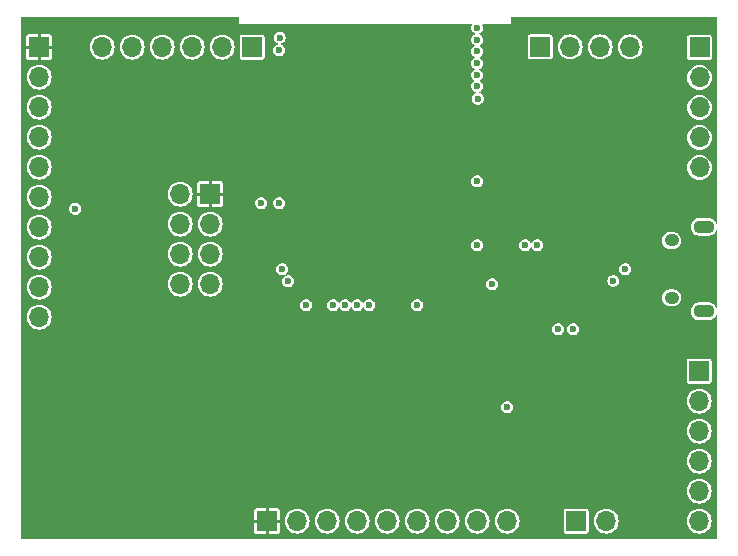
<source format=gbr>
%TF.GenerationSoftware,KiCad,Pcbnew,8.0.8*%
%TF.CreationDate,2025-02-03T11:58:04+00:00*%
%TF.ProjectId,FSC-BT1038B Barebones Breakout,4653432d-4254-4313-9033-384220426172,0.1*%
%TF.SameCoordinates,Original*%
%TF.FileFunction,Copper,L3,Inr*%
%TF.FilePolarity,Positive*%
%FSLAX46Y46*%
G04 Gerber Fmt 4.6, Leading zero omitted, Abs format (unit mm)*
G04 Created by KiCad (PCBNEW 8.0.8) date 2025-02-03 11:58:04*
%MOMM*%
%LPD*%
G01*
G04 APERTURE LIST*
%TA.AperFunction,ComponentPad*%
%ADD10R,1.700000X1.700000*%
%TD*%
%TA.AperFunction,ComponentPad*%
%ADD11O,1.700000X1.700000*%
%TD*%
%TA.AperFunction,ComponentPad*%
%ADD12O,1.800000X1.100000*%
%TD*%
%TA.AperFunction,ComponentPad*%
%ADD13O,1.250000X1.050000*%
%TD*%
%TA.AperFunction,ViaPad*%
%ADD14C,0.600000*%
%TD*%
G04 APERTURE END LIST*
D10*
%TO.N,+3.3V*%
%TO.C,J1*%
X158496000Y-74676000D03*
D11*
%TO.N,/SPI_CLK*%
X155956000Y-74676000D03*
%TO.N,/BT_TX*%
X158496000Y-77216000D03*
%TO.N,/SPI_MISO*%
X155956000Y-77216000D03*
%TO.N,/BT_RX*%
X158496000Y-79756000D03*
%TO.N,/SPI_MOSI*%
X155956000Y-79756000D03*
%TO.N,GND*%
X158496000Y-82296000D03*
X155956000Y-82296000D03*
%TD*%
D10*
%TO.N,/VBAT_IN*%
%TO.C,J5*%
X189484000Y-102362000D03*
D11*
%TO.N,GND*%
X192024000Y-102362000D03*
%TD*%
D12*
%TO.N,GND*%
%TO.C,J2*%
X200287000Y-84601000D03*
D13*
X197562000Y-83451000D03*
X197562000Y-78601000D03*
D12*
X200287000Y-77451000D03*
%TD*%
D10*
%TO.N,/MIC_BIAS*%
%TO.C,J4*%
X186436000Y-62205000D03*
D11*
%TO.N,/MIC{slash}LINE_LN*%
X188976000Y-62205000D03*
%TO.N,/MIC{slash}LINE_LP*%
X191516000Y-62205000D03*
%TO.N,GND*%
X194056000Y-62205000D03*
%TD*%
D10*
%TO.N,/MIC{slash}LINE_LN*%
%TO.C,J3*%
X199923000Y-62260000D03*
D11*
%TO.N,/MIC{slash}LINE_LP*%
X199923000Y-64800000D03*
%TO.N,/LINE_RN*%
X199923000Y-67340000D03*
%TO.N,/LINE_RP*%
X199923000Y-69880000D03*
%TO.N,GND*%
X199923000Y-72420000D03*
%TD*%
D10*
%TO.N,Net-(J6-Pin_1)*%
%TO.C,J6*%
X162052000Y-62230000D03*
D11*
%TO.N,/PCM_CLK*%
X159512000Y-62230000D03*
%TO.N,/PCM_IN*%
X156972000Y-62230000D03*
%TO.N,/PCM_OUT*%
X154432000Y-62230000D03*
%TO.N,/PCM_SYNC*%
X151892000Y-62230000D03*
%TO.N,GND*%
X149352000Y-62230000D03*
%TD*%
D10*
%TO.N,+3.3V*%
%TO.C,J8*%
X144018000Y-62230000D03*
D11*
%TO.N,/AIO4*%
X144018000Y-64770000D03*
%TO.N,/AIO5*%
X144018000Y-67310000D03*
%TO.N,/RESET*%
X144018000Y-69850000D03*
%TO.N,/PIO15*%
X144018000Y-72390000D03*
%TO.N,/BT_CTS*%
X144018000Y-74930000D03*
%TO.N,/BT_RTS*%
X144018000Y-77470000D03*
%TO.N,/PIO26*%
X144018000Y-80010000D03*
%TO.N,/PIO30*%
X144018000Y-82550000D03*
%TO.N,GND*%
X144018000Y-85090000D03*
%TD*%
D10*
%TO.N,/SPK_LP*%
%TO.C,J7*%
X199898000Y-89662000D03*
D11*
%TO.N,/SPK_LN*%
X199898000Y-92202000D03*
%TO.N,GND*%
X199898000Y-94742000D03*
%TO.N,/SPK_RP*%
X199898000Y-97282000D03*
%TO.N,/SPK_RN*%
X199898000Y-99822000D03*
%TO.N,GND*%
X199898000Y-102362000D03*
%TD*%
D10*
%TO.N,+3.3V*%
%TO.C,J9*%
X163312000Y-102362000D03*
D11*
%TO.N,/PIO25*%
X165852000Y-102362000D03*
%TO.N,/PIO24*%
X168392000Y-102362000D03*
%TO.N,/PIO22*%
X170932000Y-102362000D03*
%TO.N,/PIO23*%
X173472000Y-102362000D03*
%TO.N,/VCGH_SENSE*%
X176012000Y-102362000D03*
%TO.N,/CHG_EXT*%
X178552000Y-102362000D03*
%TO.N,/SYS_CTRL*%
X181092000Y-102362000D03*
%TO.N,GND*%
X183632000Y-102362000D03*
%TD*%
D14*
%TO.N,GND*%
X166624000Y-84074000D03*
X186182000Y-78994000D03*
X181102000Y-61620400D03*
X181102000Y-62598000D03*
X185166000Y-78994000D03*
X189230000Y-86106000D03*
X182372000Y-82296000D03*
X181102000Y-60598000D03*
X187960000Y-86106000D03*
%TO.N,+5V*%
X181102000Y-73598000D03*
%TO.N,+3.3V*%
X164338000Y-95758000D03*
X186944000Y-89408000D03*
X153416000Y-100076000D03*
X172212000Y-95758000D03*
X188468000Y-89408000D03*
X181102000Y-76598000D03*
X186182000Y-97536000D03*
X187706000Y-89408000D03*
X147828000Y-100076000D03*
X187706000Y-97536000D03*
X186944000Y-97536000D03*
X161290000Y-79248000D03*
X180086000Y-95758000D03*
X150622000Y-100076000D03*
%TO.N,/D+*%
X193628000Y-81026000D03*
X192625025Y-82028975D03*
%TO.N,/SPK_LP*%
X181102000Y-63598000D03*
%TO.N,/SPK_RN*%
X181152000Y-66598000D03*
%TO.N,/SPK_LN*%
X181102000Y-64598000D03*
%TO.N,/SPK_RP*%
X181102000Y-65532000D03*
%TO.N,/PIO26*%
X164592000Y-81026000D03*
%TO.N,/PIO30*%
X165100000Y-82042000D03*
%TO.N,/AIO5*%
X164338000Y-62484000D03*
%TO.N,/BT_RTS*%
X147066000Y-75926000D03*
X164338000Y-75438000D03*
%TO.N,/AIO4*%
X164381265Y-61424735D03*
%TO.N,/BT_CTS*%
X162814000Y-75438000D03*
%TO.N,/PIO25*%
X168910000Y-84074000D03*
%TO.N,/CHG_EXT*%
X176022000Y-84074000D03*
%TO.N,/PIO24*%
X169926000Y-84074000D03*
%TO.N,/PIO22*%
X170942000Y-84074000D03*
%TO.N,/PIO23*%
X171958000Y-84074000D03*
%TO.N,/SYS_CTRL*%
X183642000Y-92710000D03*
X181102000Y-78994000D03*
%TD*%
%TA.AperFunction,Conductor*%
%TO.N,+3.3V*%
G36*
X160951648Y-59696852D02*
G01*
X160966000Y-59731500D01*
X160966000Y-60298000D01*
X180612537Y-60298000D01*
X180647185Y-60312352D01*
X180661537Y-60347000D01*
X180657109Y-60367356D01*
X180616833Y-60455545D01*
X180596353Y-60597997D01*
X180596353Y-60598002D01*
X180616833Y-60740454D01*
X180648935Y-60810746D01*
X180676623Y-60871373D01*
X180676624Y-60871374D01*
X180676625Y-60871376D01*
X180757561Y-60964781D01*
X180770872Y-60980143D01*
X180891947Y-61057953D01*
X180901443Y-61060741D01*
X180906359Y-61062185D01*
X180935560Y-61085717D01*
X180939569Y-61123005D01*
X180916037Y-61152206D01*
X180906359Y-61156215D01*
X180891949Y-61160446D01*
X180891947Y-61160446D01*
X180891947Y-61160447D01*
X180877549Y-61169700D01*
X180770871Y-61238257D01*
X180676625Y-61347023D01*
X180676624Y-61347025D01*
X180616833Y-61477945D01*
X180596353Y-61620397D01*
X180596353Y-61620402D01*
X180616833Y-61762854D01*
X180636938Y-61806877D01*
X180676623Y-61893773D01*
X180676624Y-61893774D01*
X180676625Y-61893776D01*
X180770872Y-62002544D01*
X180770874Y-62002546D01*
X180872691Y-62067979D01*
X180894080Y-62098784D01*
X180887421Y-62135691D01*
X180872691Y-62150421D01*
X180770874Y-62215853D01*
X180770872Y-62215855D01*
X180676625Y-62324623D01*
X180676624Y-62324625D01*
X180616833Y-62455545D01*
X180596353Y-62597997D01*
X180596353Y-62598002D01*
X180616833Y-62740454D01*
X180640123Y-62791450D01*
X180676623Y-62871373D01*
X180676624Y-62871374D01*
X180676625Y-62871376D01*
X180739513Y-62943953D01*
X180770872Y-62980143D01*
X180777652Y-62984500D01*
X180890119Y-63056778D01*
X180911508Y-63087584D01*
X180904850Y-63124491D01*
X180890119Y-63139222D01*
X180770871Y-63215857D01*
X180676625Y-63324623D01*
X180676624Y-63324625D01*
X180616833Y-63455545D01*
X180596353Y-63597997D01*
X180596353Y-63598002D01*
X180616833Y-63740454D01*
X180641638Y-63794768D01*
X180676623Y-63871373D01*
X180676624Y-63871374D01*
X180676625Y-63871376D01*
X180694769Y-63892315D01*
X180770872Y-63980143D01*
X180838477Y-64023590D01*
X180890119Y-64056778D01*
X180911508Y-64087584D01*
X180904850Y-64124491D01*
X180890119Y-64139222D01*
X180770871Y-64215857D01*
X180676625Y-64324623D01*
X180676624Y-64324625D01*
X180616833Y-64455545D01*
X180596353Y-64597997D01*
X180596353Y-64598002D01*
X180616833Y-64740454D01*
X180630327Y-64770000D01*
X180676623Y-64871373D01*
X180676624Y-64871374D01*
X180676625Y-64871376D01*
X180770872Y-64980144D01*
X180770874Y-64980146D01*
X180838769Y-65023779D01*
X180860158Y-65054584D01*
X180853499Y-65091491D01*
X180838769Y-65106221D01*
X180770874Y-65149853D01*
X180770872Y-65149855D01*
X180676625Y-65258623D01*
X180676624Y-65258625D01*
X180616833Y-65389545D01*
X180596353Y-65531997D01*
X180596353Y-65532002D01*
X180616833Y-65674454D01*
X180618308Y-65677683D01*
X180676623Y-65805373D01*
X180676624Y-65805374D01*
X180676625Y-65805376D01*
X180770871Y-65914142D01*
X180770872Y-65914143D01*
X180891947Y-65991953D01*
X180969257Y-66014653D01*
X181005603Y-66025325D01*
X181034804Y-66048857D01*
X181038813Y-66086145D01*
X181015281Y-66115346D01*
X181005603Y-66119355D01*
X180941949Y-66138046D01*
X180820871Y-66215857D01*
X180726625Y-66324623D01*
X180726624Y-66324625D01*
X180666833Y-66455545D01*
X180646353Y-66597997D01*
X180646353Y-66598002D01*
X180666833Y-66740454D01*
X180672814Y-66753550D01*
X180726623Y-66871373D01*
X180726624Y-66871374D01*
X180726625Y-66871376D01*
X180756664Y-66906043D01*
X180820872Y-66980143D01*
X180941947Y-67057953D01*
X181018785Y-67080514D01*
X181080034Y-67098499D01*
X181080037Y-67098499D01*
X181080039Y-67098500D01*
X181080040Y-67098500D01*
X181223960Y-67098500D01*
X181223961Y-67098500D01*
X181223963Y-67098499D01*
X181223965Y-67098499D01*
X181246795Y-67091795D01*
X181362053Y-67057953D01*
X181483128Y-66980143D01*
X181577377Y-66871373D01*
X181637165Y-66740457D01*
X181637165Y-66740455D01*
X181637166Y-66740454D01*
X181657647Y-66598002D01*
X181657647Y-66597997D01*
X181637166Y-66455545D01*
X181595709Y-66364769D01*
X181577377Y-66324627D01*
X181560110Y-66304700D01*
X181483128Y-66215857D01*
X181362053Y-66138047D01*
X181362050Y-66138046D01*
X181248396Y-66104674D01*
X181219195Y-66081142D01*
X181215186Y-66043854D01*
X181238718Y-66014653D01*
X181248394Y-66010644D01*
X181312053Y-65991953D01*
X181433128Y-65914143D01*
X181527377Y-65805373D01*
X181587165Y-65674457D01*
X181587165Y-65674455D01*
X181587166Y-65674454D01*
X181607647Y-65532002D01*
X181607647Y-65531997D01*
X181587166Y-65389545D01*
X181572052Y-65356450D01*
X181527377Y-65258627D01*
X181433128Y-65149857D01*
X181365229Y-65106221D01*
X181343841Y-65075416D01*
X181350499Y-65038509D01*
X181365230Y-65023778D01*
X181433128Y-64980143D01*
X181527377Y-64871373D01*
X181559973Y-64799999D01*
X198867417Y-64799999D01*
X198867417Y-64800000D01*
X198887700Y-65005934D01*
X198887700Y-65005935D01*
X198905617Y-65065000D01*
X198947768Y-65203954D01*
X199045315Y-65386450D01*
X199176590Y-65546410D01*
X199336550Y-65677685D01*
X199519046Y-65775232D01*
X199717066Y-65835300D01*
X199923000Y-65855583D01*
X200128934Y-65835300D01*
X200326954Y-65775232D01*
X200509450Y-65677685D01*
X200669410Y-65546410D01*
X200800685Y-65386450D01*
X200898232Y-65203954D01*
X200958300Y-65005934D01*
X200978583Y-64800000D01*
X200958300Y-64594066D01*
X200898232Y-64396046D01*
X200800685Y-64213550D01*
X200669410Y-64053590D01*
X200509450Y-63922315D01*
X200326954Y-63824768D01*
X200128934Y-63764700D01*
X199923000Y-63744417D01*
X199717065Y-63764700D01*
X199717064Y-63764700D01*
X199519043Y-63824769D01*
X199336548Y-63922316D01*
X199176590Y-64053590D01*
X199045316Y-64213548D01*
X198947769Y-64396043D01*
X198887700Y-64594064D01*
X198887700Y-64594065D01*
X198867417Y-64799999D01*
X181559973Y-64799999D01*
X181587165Y-64740457D01*
X181587165Y-64740455D01*
X181587166Y-64740454D01*
X181607647Y-64598002D01*
X181607647Y-64597997D01*
X181587166Y-64455545D01*
X181559992Y-64396043D01*
X181527377Y-64324627D01*
X181433128Y-64215857D01*
X181313878Y-64139220D01*
X181292491Y-64108416D01*
X181299149Y-64071509D01*
X181313877Y-64056780D01*
X181433128Y-63980143D01*
X181527377Y-63871373D01*
X181587165Y-63740457D01*
X181587165Y-63740455D01*
X181587166Y-63740454D01*
X181607647Y-63598002D01*
X181607647Y-63597997D01*
X181587166Y-63455545D01*
X181582751Y-63445879D01*
X181527377Y-63324627D01*
X181493545Y-63285583D01*
X181433128Y-63215857D01*
X181377691Y-63180230D01*
X181313878Y-63139220D01*
X181292491Y-63108416D01*
X181299149Y-63071509D01*
X181313877Y-63056780D01*
X181433128Y-62980143D01*
X181527377Y-62871373D01*
X181587165Y-62740457D01*
X181587165Y-62740455D01*
X181587166Y-62740454D01*
X181607647Y-62598002D01*
X181607647Y-62597997D01*
X181587166Y-62455545D01*
X181566793Y-62410935D01*
X181527377Y-62324627D01*
X181433128Y-62215857D01*
X181331307Y-62150420D01*
X181309919Y-62119616D01*
X181316577Y-62082709D01*
X181331306Y-62067979D01*
X181433128Y-62002543D01*
X181527377Y-61893773D01*
X181587165Y-61762857D01*
X181587165Y-61762855D01*
X181587166Y-61762854D01*
X181607647Y-61620402D01*
X181607647Y-61620397D01*
X181587166Y-61477945D01*
X181562864Y-61424732D01*
X181527377Y-61347027D01*
X181517174Y-61335252D01*
X185385500Y-61335252D01*
X185385500Y-63074748D01*
X185397133Y-63133231D01*
X185413837Y-63158230D01*
X185441447Y-63199552D01*
X185465850Y-63215857D01*
X185507769Y-63243867D01*
X185566252Y-63255500D01*
X185566255Y-63255500D01*
X187305745Y-63255500D01*
X187305748Y-63255500D01*
X187364231Y-63243867D01*
X187430552Y-63199552D01*
X187474867Y-63133231D01*
X187486500Y-63074748D01*
X187486500Y-62204999D01*
X187920417Y-62204999D01*
X187920417Y-62205000D01*
X187940700Y-62410934D01*
X187940700Y-62410935D01*
X187948284Y-62435935D01*
X188000768Y-62608954D01*
X188098315Y-62791450D01*
X188229590Y-62951410D01*
X188389550Y-63082685D01*
X188572046Y-63180232D01*
X188770066Y-63240300D01*
X188976000Y-63260583D01*
X189181934Y-63240300D01*
X189379954Y-63180232D01*
X189562450Y-63082685D01*
X189722410Y-62951410D01*
X189853685Y-62791450D01*
X189951232Y-62608954D01*
X190011300Y-62410934D01*
X190031583Y-62205000D01*
X190031583Y-62204999D01*
X190460417Y-62204999D01*
X190460417Y-62205000D01*
X190480700Y-62410934D01*
X190480700Y-62410935D01*
X190488284Y-62435935D01*
X190540768Y-62608954D01*
X190638315Y-62791450D01*
X190769590Y-62951410D01*
X190929550Y-63082685D01*
X191112046Y-63180232D01*
X191310066Y-63240300D01*
X191516000Y-63260583D01*
X191721934Y-63240300D01*
X191919954Y-63180232D01*
X192102450Y-63082685D01*
X192262410Y-62951410D01*
X192393685Y-62791450D01*
X192491232Y-62608954D01*
X192551300Y-62410934D01*
X192571583Y-62205000D01*
X192571583Y-62204999D01*
X193000417Y-62204999D01*
X193000417Y-62205000D01*
X193020700Y-62410934D01*
X193020700Y-62410935D01*
X193028284Y-62435935D01*
X193080768Y-62608954D01*
X193178315Y-62791450D01*
X193309590Y-62951410D01*
X193469550Y-63082685D01*
X193652046Y-63180232D01*
X193850066Y-63240300D01*
X194056000Y-63260583D01*
X194261934Y-63240300D01*
X194459954Y-63180232D01*
X194642450Y-63082685D01*
X194802410Y-62951410D01*
X194933685Y-62791450D01*
X195031232Y-62608954D01*
X195091300Y-62410934D01*
X195111583Y-62205000D01*
X195091300Y-61999066D01*
X195031232Y-61801046D01*
X194933685Y-61618550D01*
X194802410Y-61458590D01*
X194719139Y-61390252D01*
X198872500Y-61390252D01*
X198872500Y-63129748D01*
X198884133Y-63188231D01*
X198891698Y-63199552D01*
X198928447Y-63254552D01*
X198955012Y-63272301D01*
X198994769Y-63298867D01*
X199053252Y-63310500D01*
X199053255Y-63310500D01*
X200792745Y-63310500D01*
X200792748Y-63310500D01*
X200851231Y-63298867D01*
X200917552Y-63254552D01*
X200961867Y-63188231D01*
X200973500Y-63129748D01*
X200973500Y-61390252D01*
X200961867Y-61331769D01*
X200925117Y-61276769D01*
X200917552Y-61265447D01*
X200876858Y-61238257D01*
X200851231Y-61221133D01*
X200792748Y-61209500D01*
X199053252Y-61209500D01*
X198994769Y-61221133D01*
X198928447Y-61265447D01*
X198887109Y-61327315D01*
X198884133Y-61331769D01*
X198872500Y-61390252D01*
X194719139Y-61390252D01*
X194642450Y-61327315D01*
X194475836Y-61238257D01*
X194459956Y-61229769D01*
X194459955Y-61229768D01*
X194459954Y-61229768D01*
X194261934Y-61169700D01*
X194056000Y-61149417D01*
X193850065Y-61169700D01*
X193850064Y-61169700D01*
X193652043Y-61229769D01*
X193469548Y-61327316D01*
X193309590Y-61458590D01*
X193178316Y-61618548D01*
X193080769Y-61801043D01*
X193020700Y-61999064D01*
X193020700Y-61999065D01*
X193000417Y-62204999D01*
X192571583Y-62204999D01*
X192551300Y-61999066D01*
X192491232Y-61801046D01*
X192393685Y-61618550D01*
X192262410Y-61458590D01*
X192102450Y-61327315D01*
X191935836Y-61238257D01*
X191919956Y-61229769D01*
X191919955Y-61229768D01*
X191919954Y-61229768D01*
X191721934Y-61169700D01*
X191516000Y-61149417D01*
X191310065Y-61169700D01*
X191310064Y-61169700D01*
X191112043Y-61229769D01*
X190929548Y-61327316D01*
X190769590Y-61458590D01*
X190638316Y-61618548D01*
X190540769Y-61801043D01*
X190480700Y-61999064D01*
X190480700Y-61999065D01*
X190460417Y-62204999D01*
X190031583Y-62204999D01*
X190011300Y-61999066D01*
X189951232Y-61801046D01*
X189853685Y-61618550D01*
X189722410Y-61458590D01*
X189562450Y-61327315D01*
X189395836Y-61238257D01*
X189379956Y-61229769D01*
X189379955Y-61229768D01*
X189379954Y-61229768D01*
X189181934Y-61169700D01*
X188976000Y-61149417D01*
X188770065Y-61169700D01*
X188770064Y-61169700D01*
X188572043Y-61229769D01*
X188389548Y-61327316D01*
X188229590Y-61458590D01*
X188098316Y-61618548D01*
X188000769Y-61801043D01*
X187940700Y-61999064D01*
X187940700Y-61999065D01*
X187920417Y-62204999D01*
X187486500Y-62204999D01*
X187486500Y-61335252D01*
X187474867Y-61276769D01*
X187443462Y-61229769D01*
X187430552Y-61210447D01*
X187384236Y-61179500D01*
X187364231Y-61166133D01*
X187305748Y-61154500D01*
X185566252Y-61154500D01*
X185507769Y-61166133D01*
X185441447Y-61210447D01*
X185397133Y-61276769D01*
X185385500Y-61335252D01*
X181517174Y-61335252D01*
X181510297Y-61327316D01*
X181433128Y-61238257D01*
X181312050Y-61160445D01*
X181297641Y-61156215D01*
X181268439Y-61132684D01*
X181264430Y-61095396D01*
X181287961Y-61066194D01*
X181297641Y-61062185D01*
X181312050Y-61057954D01*
X181312050Y-61057953D01*
X181312053Y-61057953D01*
X181433128Y-60980143D01*
X181527377Y-60871373D01*
X181587165Y-60740457D01*
X181587165Y-60740455D01*
X181587166Y-60740454D01*
X181607647Y-60598002D01*
X181607647Y-60597997D01*
X181587166Y-60455545D01*
X181546891Y-60367356D01*
X181545552Y-60329876D01*
X181571107Y-60302428D01*
X181591463Y-60298000D01*
X183966000Y-60298000D01*
X183966000Y-59731500D01*
X183980352Y-59696852D01*
X184015000Y-59682500D01*
X201380500Y-59682500D01*
X201415148Y-59696852D01*
X201429500Y-59731500D01*
X201429500Y-77156775D01*
X201415148Y-77191423D01*
X201380500Y-77205775D01*
X201345852Y-77191423D01*
X201335230Y-77175526D01*
X201302085Y-77095508D01*
X201302084Y-77095505D01*
X201219951Y-76972584D01*
X201115416Y-76868049D01*
X200992495Y-76785916D01*
X200992492Y-76785914D01*
X200992491Y-76785914D01*
X200855915Y-76729342D01*
X200855906Y-76729340D01*
X200710921Y-76700500D01*
X200710918Y-76700500D01*
X199863082Y-76700500D01*
X199863078Y-76700500D01*
X199718093Y-76729340D01*
X199718084Y-76729342D01*
X199581508Y-76785914D01*
X199458584Y-76868048D01*
X199354048Y-76972584D01*
X199271914Y-77095508D01*
X199215342Y-77232084D01*
X199215340Y-77232093D01*
X199186500Y-77377078D01*
X199186500Y-77524921D01*
X199215340Y-77669906D01*
X199215342Y-77669915D01*
X199270241Y-77802451D01*
X199271916Y-77806495D01*
X199354049Y-77929416D01*
X199458584Y-78033951D01*
X199581505Y-78116084D01*
X199635673Y-78138521D01*
X199718084Y-78172657D01*
X199718085Y-78172657D01*
X199718087Y-78172658D01*
X199863082Y-78201500D01*
X200710918Y-78201500D01*
X200855913Y-78172658D01*
X200992495Y-78116084D01*
X201115416Y-78033951D01*
X201219951Y-77929416D01*
X201302084Y-77806495D01*
X201335230Y-77726472D01*
X201361748Y-77699954D01*
X201399251Y-77699954D01*
X201425770Y-77726472D01*
X201429500Y-77745224D01*
X201429500Y-84306775D01*
X201415148Y-84341423D01*
X201380500Y-84355775D01*
X201345852Y-84341423D01*
X201335230Y-84325526D01*
X201302085Y-84245508D01*
X201302084Y-84245505D01*
X201219951Y-84122584D01*
X201115416Y-84018049D01*
X201110152Y-84014532D01*
X201074810Y-83990917D01*
X200992495Y-83935916D01*
X200992492Y-83935914D01*
X200992491Y-83935914D01*
X200855915Y-83879342D01*
X200855906Y-83879340D01*
X200710921Y-83850500D01*
X200710918Y-83850500D01*
X199863082Y-83850500D01*
X199863078Y-83850500D01*
X199718093Y-83879340D01*
X199718084Y-83879342D01*
X199581508Y-83935914D01*
X199458584Y-84018048D01*
X199354048Y-84122584D01*
X199271914Y-84245508D01*
X199215342Y-84382084D01*
X199215340Y-84382093D01*
X199186500Y-84527078D01*
X199186500Y-84674921D01*
X199215340Y-84819906D01*
X199215342Y-84819915D01*
X199271914Y-84956491D01*
X199271916Y-84956495D01*
X199354049Y-85079416D01*
X199458584Y-85183951D01*
X199581505Y-85266084D01*
X199649796Y-85294371D01*
X199718084Y-85322657D01*
X199718085Y-85322657D01*
X199718087Y-85322658D01*
X199863082Y-85351500D01*
X200710918Y-85351500D01*
X200855913Y-85322658D01*
X200992495Y-85266084D01*
X201115416Y-85183951D01*
X201219951Y-85079416D01*
X201302084Y-84956495D01*
X201335230Y-84876472D01*
X201361748Y-84849954D01*
X201399251Y-84849954D01*
X201425770Y-84876472D01*
X201429500Y-84895224D01*
X201429500Y-103844500D01*
X201415148Y-103879148D01*
X201380500Y-103893500D01*
X142535500Y-103893500D01*
X142500852Y-103879148D01*
X142486500Y-103844500D01*
X142486500Y-101487370D01*
X162212000Y-101487370D01*
X162212000Y-102237000D01*
X162827856Y-102237000D01*
X162812000Y-102296174D01*
X162812000Y-102427826D01*
X162827856Y-102487000D01*
X162212000Y-102487000D01*
X162212000Y-103236629D01*
X162226503Y-103309542D01*
X162281759Y-103392240D01*
X162364457Y-103447496D01*
X162437370Y-103461999D01*
X162437376Y-103462000D01*
X163187000Y-103462000D01*
X163187000Y-102846144D01*
X163246174Y-102862000D01*
X163377826Y-102862000D01*
X163437000Y-102846144D01*
X163437000Y-103462000D01*
X164186624Y-103462000D01*
X164186629Y-103461999D01*
X164259542Y-103447496D01*
X164342240Y-103392240D01*
X164397496Y-103309542D01*
X164411999Y-103236629D01*
X164412000Y-103236624D01*
X164412000Y-102487000D01*
X163796144Y-102487000D01*
X163812000Y-102427826D01*
X163812000Y-102362000D01*
X164796417Y-102362000D01*
X164816700Y-102567934D01*
X164876768Y-102765954D01*
X164974315Y-102948450D01*
X165105590Y-103108410D01*
X165265550Y-103239685D01*
X165448046Y-103337232D01*
X165646066Y-103397300D01*
X165852000Y-103417583D01*
X166057934Y-103397300D01*
X166255954Y-103337232D01*
X166438450Y-103239685D01*
X166598410Y-103108410D01*
X166729685Y-102948450D01*
X166827232Y-102765954D01*
X166887300Y-102567934D01*
X166907583Y-102362000D01*
X167336417Y-102362000D01*
X167356700Y-102567934D01*
X167416768Y-102765954D01*
X167514315Y-102948450D01*
X167645590Y-103108410D01*
X167805550Y-103239685D01*
X167988046Y-103337232D01*
X168186066Y-103397300D01*
X168392000Y-103417583D01*
X168597934Y-103397300D01*
X168795954Y-103337232D01*
X168978450Y-103239685D01*
X169138410Y-103108410D01*
X169269685Y-102948450D01*
X169367232Y-102765954D01*
X169427300Y-102567934D01*
X169447583Y-102362000D01*
X169876417Y-102362000D01*
X169896700Y-102567934D01*
X169956768Y-102765954D01*
X170054315Y-102948450D01*
X170185590Y-103108410D01*
X170345550Y-103239685D01*
X170528046Y-103337232D01*
X170726066Y-103397300D01*
X170932000Y-103417583D01*
X171137934Y-103397300D01*
X171335954Y-103337232D01*
X171518450Y-103239685D01*
X171678410Y-103108410D01*
X171809685Y-102948450D01*
X171907232Y-102765954D01*
X171967300Y-102567934D01*
X171987583Y-102362000D01*
X172416417Y-102362000D01*
X172436700Y-102567934D01*
X172496768Y-102765954D01*
X172594315Y-102948450D01*
X172725590Y-103108410D01*
X172885550Y-103239685D01*
X173068046Y-103337232D01*
X173266066Y-103397300D01*
X173472000Y-103417583D01*
X173677934Y-103397300D01*
X173875954Y-103337232D01*
X174058450Y-103239685D01*
X174218410Y-103108410D01*
X174349685Y-102948450D01*
X174447232Y-102765954D01*
X174507300Y-102567934D01*
X174527583Y-102362000D01*
X174956417Y-102362000D01*
X174976700Y-102567934D01*
X175036768Y-102765954D01*
X175134315Y-102948450D01*
X175265590Y-103108410D01*
X175425550Y-103239685D01*
X175608046Y-103337232D01*
X175806066Y-103397300D01*
X176012000Y-103417583D01*
X176217934Y-103397300D01*
X176415954Y-103337232D01*
X176598450Y-103239685D01*
X176758410Y-103108410D01*
X176889685Y-102948450D01*
X176987232Y-102765954D01*
X177047300Y-102567934D01*
X177067583Y-102362000D01*
X177496417Y-102362000D01*
X177516700Y-102567934D01*
X177576768Y-102765954D01*
X177674315Y-102948450D01*
X177805590Y-103108410D01*
X177965550Y-103239685D01*
X178148046Y-103337232D01*
X178346066Y-103397300D01*
X178552000Y-103417583D01*
X178757934Y-103397300D01*
X178955954Y-103337232D01*
X179138450Y-103239685D01*
X179298410Y-103108410D01*
X179429685Y-102948450D01*
X179527232Y-102765954D01*
X179587300Y-102567934D01*
X179607583Y-102362000D01*
X180036417Y-102362000D01*
X180056700Y-102567934D01*
X180116768Y-102765954D01*
X180214315Y-102948450D01*
X180345590Y-103108410D01*
X180505550Y-103239685D01*
X180688046Y-103337232D01*
X180886066Y-103397300D01*
X181092000Y-103417583D01*
X181297934Y-103397300D01*
X181495954Y-103337232D01*
X181678450Y-103239685D01*
X181838410Y-103108410D01*
X181969685Y-102948450D01*
X182067232Y-102765954D01*
X182127300Y-102567934D01*
X182147583Y-102362000D01*
X182576417Y-102362000D01*
X182596700Y-102567934D01*
X182656768Y-102765954D01*
X182754315Y-102948450D01*
X182885590Y-103108410D01*
X183045550Y-103239685D01*
X183228046Y-103337232D01*
X183426066Y-103397300D01*
X183632000Y-103417583D01*
X183837934Y-103397300D01*
X184035954Y-103337232D01*
X184218450Y-103239685D01*
X184378410Y-103108410D01*
X184509685Y-102948450D01*
X184607232Y-102765954D01*
X184667300Y-102567934D01*
X184687583Y-102362000D01*
X184667300Y-102156066D01*
X184607232Y-101958046D01*
X184509685Y-101775550D01*
X184378410Y-101615590D01*
X184228121Y-101492252D01*
X188433500Y-101492252D01*
X188433500Y-103231748D01*
X188445133Y-103290231D01*
X188462882Y-103316795D01*
X188489447Y-103356552D01*
X188516012Y-103374301D01*
X188555769Y-103400867D01*
X188614252Y-103412500D01*
X188614255Y-103412500D01*
X190353745Y-103412500D01*
X190353748Y-103412500D01*
X190412231Y-103400867D01*
X190478552Y-103356552D01*
X190522867Y-103290231D01*
X190534500Y-103231748D01*
X190534500Y-102362000D01*
X190968417Y-102362000D01*
X190988700Y-102567934D01*
X191048768Y-102765954D01*
X191146315Y-102948450D01*
X191277590Y-103108410D01*
X191437550Y-103239685D01*
X191620046Y-103337232D01*
X191818066Y-103397300D01*
X192024000Y-103417583D01*
X192229934Y-103397300D01*
X192427954Y-103337232D01*
X192610450Y-103239685D01*
X192770410Y-103108410D01*
X192901685Y-102948450D01*
X192999232Y-102765954D01*
X193059300Y-102567934D01*
X193079583Y-102362000D01*
X198842417Y-102362000D01*
X198862700Y-102567934D01*
X198922768Y-102765954D01*
X199020315Y-102948450D01*
X199151590Y-103108410D01*
X199311550Y-103239685D01*
X199494046Y-103337232D01*
X199692066Y-103397300D01*
X199898000Y-103417583D01*
X200103934Y-103397300D01*
X200301954Y-103337232D01*
X200484450Y-103239685D01*
X200644410Y-103108410D01*
X200775685Y-102948450D01*
X200873232Y-102765954D01*
X200933300Y-102567934D01*
X200953583Y-102362000D01*
X200933300Y-102156066D01*
X200873232Y-101958046D01*
X200775685Y-101775550D01*
X200644410Y-101615590D01*
X200484450Y-101484315D01*
X200301954Y-101386768D01*
X200103934Y-101326700D01*
X199898000Y-101306417D01*
X199692065Y-101326700D01*
X199692064Y-101326700D01*
X199494043Y-101386769D01*
X199311548Y-101484316D01*
X199151590Y-101615590D01*
X199020316Y-101775548D01*
X198922769Y-101958043D01*
X198862700Y-102156064D01*
X198862700Y-102156065D01*
X198854729Y-102237000D01*
X198842417Y-102362000D01*
X193079583Y-102362000D01*
X193059300Y-102156066D01*
X192999232Y-101958046D01*
X192901685Y-101775550D01*
X192770410Y-101615590D01*
X192610450Y-101484315D01*
X192427954Y-101386768D01*
X192229934Y-101326700D01*
X192024000Y-101306417D01*
X191818065Y-101326700D01*
X191818064Y-101326700D01*
X191620043Y-101386769D01*
X191437548Y-101484316D01*
X191277590Y-101615590D01*
X191146316Y-101775548D01*
X191048769Y-101958043D01*
X190988700Y-102156064D01*
X190988700Y-102156065D01*
X190980729Y-102237000D01*
X190968417Y-102362000D01*
X190534500Y-102362000D01*
X190534500Y-101492252D01*
X190522867Y-101433769D01*
X190491462Y-101386769D01*
X190478552Y-101367447D01*
X190438795Y-101340882D01*
X190412231Y-101323133D01*
X190353748Y-101311500D01*
X188614252Y-101311500D01*
X188555769Y-101323133D01*
X188489447Y-101367447D01*
X188458037Y-101414457D01*
X188445133Y-101433769D01*
X188433500Y-101492252D01*
X184228121Y-101492252D01*
X184218450Y-101484315D01*
X184035954Y-101386768D01*
X183837934Y-101326700D01*
X183632000Y-101306417D01*
X183426065Y-101326700D01*
X183426064Y-101326700D01*
X183228043Y-101386769D01*
X183045548Y-101484316D01*
X182885590Y-101615590D01*
X182754316Y-101775548D01*
X182656769Y-101958043D01*
X182596700Y-102156064D01*
X182596700Y-102156065D01*
X182588729Y-102237000D01*
X182576417Y-102362000D01*
X182147583Y-102362000D01*
X182127300Y-102156066D01*
X182067232Y-101958046D01*
X181969685Y-101775550D01*
X181838410Y-101615590D01*
X181678450Y-101484315D01*
X181495954Y-101386768D01*
X181297934Y-101326700D01*
X181092000Y-101306417D01*
X180886065Y-101326700D01*
X180886064Y-101326700D01*
X180688043Y-101386769D01*
X180505548Y-101484316D01*
X180345590Y-101615590D01*
X180214316Y-101775548D01*
X180116769Y-101958043D01*
X180056700Y-102156064D01*
X180056700Y-102156065D01*
X180048729Y-102237000D01*
X180036417Y-102362000D01*
X179607583Y-102362000D01*
X179587300Y-102156066D01*
X179527232Y-101958046D01*
X179429685Y-101775550D01*
X179298410Y-101615590D01*
X179138450Y-101484315D01*
X178955954Y-101386768D01*
X178757934Y-101326700D01*
X178552000Y-101306417D01*
X178346065Y-101326700D01*
X178346064Y-101326700D01*
X178148043Y-101386769D01*
X177965548Y-101484316D01*
X177805590Y-101615590D01*
X177674316Y-101775548D01*
X177576769Y-101958043D01*
X177516700Y-102156064D01*
X177516700Y-102156065D01*
X177508729Y-102237000D01*
X177496417Y-102362000D01*
X177067583Y-102362000D01*
X177047300Y-102156066D01*
X176987232Y-101958046D01*
X176889685Y-101775550D01*
X176758410Y-101615590D01*
X176598450Y-101484315D01*
X176415954Y-101386768D01*
X176217934Y-101326700D01*
X176012000Y-101306417D01*
X175806065Y-101326700D01*
X175806064Y-101326700D01*
X175608043Y-101386769D01*
X175425548Y-101484316D01*
X175265590Y-101615590D01*
X175134316Y-101775548D01*
X175036769Y-101958043D01*
X174976700Y-102156064D01*
X174976700Y-102156065D01*
X174968729Y-102237000D01*
X174956417Y-102362000D01*
X174527583Y-102362000D01*
X174507300Y-102156066D01*
X174447232Y-101958046D01*
X174349685Y-101775550D01*
X174218410Y-101615590D01*
X174058450Y-101484315D01*
X173875954Y-101386768D01*
X173677934Y-101326700D01*
X173472000Y-101306417D01*
X173266065Y-101326700D01*
X173266064Y-101326700D01*
X173068043Y-101386769D01*
X172885548Y-101484316D01*
X172725590Y-101615590D01*
X172594316Y-101775548D01*
X172496769Y-101958043D01*
X172436700Y-102156064D01*
X172436700Y-102156065D01*
X172428729Y-102237000D01*
X172416417Y-102362000D01*
X171987583Y-102362000D01*
X171967300Y-102156066D01*
X171907232Y-101958046D01*
X171809685Y-101775550D01*
X171678410Y-101615590D01*
X171518450Y-101484315D01*
X171335954Y-101386768D01*
X171137934Y-101326700D01*
X170932000Y-101306417D01*
X170726065Y-101326700D01*
X170726064Y-101326700D01*
X170528043Y-101386769D01*
X170345548Y-101484316D01*
X170185590Y-101615590D01*
X170054316Y-101775548D01*
X169956769Y-101958043D01*
X169896700Y-102156064D01*
X169896700Y-102156065D01*
X169888729Y-102237000D01*
X169876417Y-102362000D01*
X169447583Y-102362000D01*
X169427300Y-102156066D01*
X169367232Y-101958046D01*
X169269685Y-101775550D01*
X169138410Y-101615590D01*
X168978450Y-101484315D01*
X168795954Y-101386768D01*
X168597934Y-101326700D01*
X168392000Y-101306417D01*
X168186065Y-101326700D01*
X168186064Y-101326700D01*
X167988043Y-101386769D01*
X167805548Y-101484316D01*
X167645590Y-101615590D01*
X167514316Y-101775548D01*
X167416769Y-101958043D01*
X167356700Y-102156064D01*
X167356700Y-102156065D01*
X167348729Y-102237000D01*
X167336417Y-102362000D01*
X166907583Y-102362000D01*
X166887300Y-102156066D01*
X166827232Y-101958046D01*
X166729685Y-101775550D01*
X166598410Y-101615590D01*
X166438450Y-101484315D01*
X166255954Y-101386768D01*
X166057934Y-101326700D01*
X165852000Y-101306417D01*
X165646065Y-101326700D01*
X165646064Y-101326700D01*
X165448043Y-101386769D01*
X165265548Y-101484316D01*
X165105590Y-101615590D01*
X164974316Y-101775548D01*
X164876769Y-101958043D01*
X164816700Y-102156064D01*
X164816700Y-102156065D01*
X164808729Y-102237000D01*
X164796417Y-102362000D01*
X163812000Y-102362000D01*
X163812000Y-102296174D01*
X163796144Y-102237000D01*
X164412000Y-102237000D01*
X164412000Y-101487376D01*
X164411999Y-101487370D01*
X164397496Y-101414457D01*
X164342240Y-101331759D01*
X164259542Y-101276503D01*
X164186629Y-101262000D01*
X163437000Y-101262000D01*
X163437000Y-101877855D01*
X163377826Y-101862000D01*
X163246174Y-101862000D01*
X163187000Y-101877855D01*
X163187000Y-101262000D01*
X162437370Y-101262000D01*
X162364457Y-101276503D01*
X162281759Y-101331759D01*
X162226503Y-101414457D01*
X162212000Y-101487370D01*
X142486500Y-101487370D01*
X142486500Y-99822000D01*
X198842417Y-99822000D01*
X198862700Y-100027934D01*
X198922768Y-100225954D01*
X199020315Y-100408450D01*
X199151590Y-100568410D01*
X199311550Y-100699685D01*
X199494046Y-100797232D01*
X199692066Y-100857300D01*
X199898000Y-100877583D01*
X200103934Y-100857300D01*
X200301954Y-100797232D01*
X200484450Y-100699685D01*
X200644410Y-100568410D01*
X200775685Y-100408450D01*
X200873232Y-100225954D01*
X200933300Y-100027934D01*
X200953583Y-99822000D01*
X200933300Y-99616066D01*
X200873232Y-99418046D01*
X200775685Y-99235550D01*
X200644410Y-99075590D01*
X200484450Y-98944315D01*
X200301954Y-98846768D01*
X200103934Y-98786700D01*
X199898000Y-98766417D01*
X199692065Y-98786700D01*
X199692064Y-98786700D01*
X199494043Y-98846769D01*
X199311548Y-98944316D01*
X199151590Y-99075590D01*
X199020316Y-99235548D01*
X198922769Y-99418043D01*
X198862700Y-99616064D01*
X198862700Y-99616065D01*
X198862700Y-99616066D01*
X198842417Y-99822000D01*
X142486500Y-99822000D01*
X142486500Y-97282000D01*
X198842417Y-97282000D01*
X198862700Y-97487934D01*
X198922768Y-97685954D01*
X199020315Y-97868450D01*
X199151590Y-98028410D01*
X199311550Y-98159685D01*
X199494046Y-98257232D01*
X199692066Y-98317300D01*
X199898000Y-98337583D01*
X200103934Y-98317300D01*
X200301954Y-98257232D01*
X200484450Y-98159685D01*
X200644410Y-98028410D01*
X200775685Y-97868450D01*
X200873232Y-97685954D01*
X200933300Y-97487934D01*
X200953583Y-97282000D01*
X200933300Y-97076066D01*
X200873232Y-96878046D01*
X200775685Y-96695550D01*
X200644410Y-96535590D01*
X200484450Y-96404315D01*
X200301954Y-96306768D01*
X200103934Y-96246700D01*
X199898000Y-96226417D01*
X199692065Y-96246700D01*
X199692064Y-96246700D01*
X199494043Y-96306769D01*
X199311548Y-96404316D01*
X199151590Y-96535590D01*
X199020316Y-96695548D01*
X198922769Y-96878043D01*
X198862700Y-97076064D01*
X198862700Y-97076065D01*
X198862700Y-97076066D01*
X198842417Y-97282000D01*
X142486500Y-97282000D01*
X142486500Y-94742000D01*
X198842417Y-94742000D01*
X198862700Y-94947934D01*
X198922768Y-95145954D01*
X199020315Y-95328450D01*
X199151590Y-95488410D01*
X199311550Y-95619685D01*
X199494046Y-95717232D01*
X199692066Y-95777300D01*
X199898000Y-95797583D01*
X200103934Y-95777300D01*
X200301954Y-95717232D01*
X200484450Y-95619685D01*
X200644410Y-95488410D01*
X200775685Y-95328450D01*
X200873232Y-95145954D01*
X200933300Y-94947934D01*
X200953583Y-94742000D01*
X200933300Y-94536066D01*
X200873232Y-94338046D01*
X200775685Y-94155550D01*
X200644410Y-93995590D01*
X200484450Y-93864315D01*
X200301954Y-93766768D01*
X200103934Y-93706700D01*
X199898000Y-93686417D01*
X199692065Y-93706700D01*
X199692064Y-93706700D01*
X199494043Y-93766769D01*
X199311548Y-93864316D01*
X199151590Y-93995590D01*
X199020316Y-94155548D01*
X198922769Y-94338043D01*
X198862700Y-94536064D01*
X198862700Y-94536065D01*
X198862700Y-94536066D01*
X198842417Y-94742000D01*
X142486500Y-94742000D01*
X142486500Y-92709997D01*
X183136353Y-92709997D01*
X183136353Y-92710002D01*
X183156833Y-92852454D01*
X183188935Y-92922746D01*
X183216623Y-92983373D01*
X183216624Y-92983374D01*
X183216625Y-92983376D01*
X183300075Y-93079683D01*
X183310872Y-93092143D01*
X183431947Y-93169953D01*
X183508785Y-93192514D01*
X183570034Y-93210499D01*
X183570037Y-93210499D01*
X183570039Y-93210500D01*
X183570040Y-93210500D01*
X183713960Y-93210500D01*
X183713961Y-93210500D01*
X183713963Y-93210499D01*
X183713965Y-93210499D01*
X183736795Y-93203795D01*
X183852053Y-93169953D01*
X183973128Y-93092143D01*
X184067377Y-92983373D01*
X184127165Y-92852457D01*
X184127165Y-92852455D01*
X184127166Y-92852454D01*
X184147647Y-92710002D01*
X184147647Y-92709997D01*
X184127166Y-92567545D01*
X184122751Y-92557879D01*
X184067377Y-92436627D01*
X184042515Y-92407935D01*
X183973128Y-92327857D01*
X183852053Y-92250047D01*
X183852050Y-92250046D01*
X183713965Y-92209500D01*
X183713961Y-92209500D01*
X183570039Y-92209500D01*
X183570034Y-92209500D01*
X183431949Y-92250046D01*
X183310871Y-92327857D01*
X183216625Y-92436623D01*
X183216624Y-92436625D01*
X183156833Y-92567545D01*
X183136353Y-92709997D01*
X142486500Y-92709997D01*
X142486500Y-92201999D01*
X198842417Y-92201999D01*
X198842417Y-92202000D01*
X198862700Y-92407934D01*
X198862700Y-92407935D01*
X198871403Y-92436625D01*
X198922768Y-92605954D01*
X199020315Y-92788450D01*
X199151590Y-92948410D01*
X199311550Y-93079685D01*
X199494046Y-93177232D01*
X199692066Y-93237300D01*
X199898000Y-93257583D01*
X200103934Y-93237300D01*
X200301954Y-93177232D01*
X200484450Y-93079685D01*
X200644410Y-92948410D01*
X200775685Y-92788450D01*
X200873232Y-92605954D01*
X200933300Y-92407934D01*
X200953583Y-92202000D01*
X200933300Y-91996066D01*
X200873232Y-91798046D01*
X200775685Y-91615550D01*
X200644410Y-91455590D01*
X200484450Y-91324315D01*
X200301954Y-91226768D01*
X200103934Y-91166700D01*
X199898000Y-91146417D01*
X199692065Y-91166700D01*
X199692064Y-91166700D01*
X199494043Y-91226769D01*
X199311548Y-91324316D01*
X199151590Y-91455590D01*
X199020316Y-91615548D01*
X198922769Y-91798043D01*
X198862700Y-91996064D01*
X198862700Y-91996065D01*
X198842417Y-92201999D01*
X142486500Y-92201999D01*
X142486500Y-88792252D01*
X198847500Y-88792252D01*
X198847500Y-90531748D01*
X198859133Y-90590231D01*
X198876882Y-90616795D01*
X198903447Y-90656552D01*
X198930012Y-90674301D01*
X198969769Y-90700867D01*
X199028252Y-90712500D01*
X199028255Y-90712500D01*
X200767745Y-90712500D01*
X200767748Y-90712500D01*
X200826231Y-90700867D01*
X200892552Y-90656552D01*
X200936867Y-90590231D01*
X200948500Y-90531748D01*
X200948500Y-88792252D01*
X200936867Y-88733769D01*
X200910301Y-88694012D01*
X200892552Y-88667447D01*
X200852795Y-88640882D01*
X200826231Y-88623133D01*
X200767748Y-88611500D01*
X199028252Y-88611500D01*
X198969769Y-88623133D01*
X198903447Y-88667447D01*
X198859133Y-88733769D01*
X198847500Y-88792252D01*
X142486500Y-88792252D01*
X142486500Y-85089999D01*
X142962417Y-85089999D01*
X142962417Y-85090000D01*
X142982700Y-85295934D01*
X142982700Y-85295935D01*
X143008855Y-85382158D01*
X143042768Y-85493954D01*
X143140315Y-85676450D01*
X143271590Y-85836410D01*
X143431550Y-85967685D01*
X143614046Y-86065232D01*
X143812066Y-86125300D01*
X144018000Y-86145583D01*
X144223934Y-86125300D01*
X144287568Y-86105997D01*
X187454353Y-86105997D01*
X187454353Y-86106002D01*
X187474833Y-86248454D01*
X187506935Y-86318746D01*
X187534623Y-86379373D01*
X187534624Y-86379374D01*
X187534625Y-86379376D01*
X187628871Y-86488142D01*
X187628872Y-86488143D01*
X187749947Y-86565953D01*
X187826785Y-86588514D01*
X187888034Y-86606499D01*
X187888037Y-86606499D01*
X187888039Y-86606500D01*
X187888040Y-86606500D01*
X188031960Y-86606500D01*
X188031961Y-86606500D01*
X188031963Y-86606499D01*
X188031965Y-86606499D01*
X188054795Y-86599795D01*
X188170053Y-86565953D01*
X188291128Y-86488143D01*
X188385377Y-86379373D01*
X188445165Y-86248457D01*
X188445165Y-86248455D01*
X188445166Y-86248454D01*
X188465647Y-86106002D01*
X188465647Y-86105997D01*
X188724353Y-86105997D01*
X188724353Y-86106002D01*
X188744833Y-86248454D01*
X188776935Y-86318746D01*
X188804623Y-86379373D01*
X188804624Y-86379374D01*
X188804625Y-86379376D01*
X188898871Y-86488142D01*
X188898872Y-86488143D01*
X189019947Y-86565953D01*
X189096785Y-86588514D01*
X189158034Y-86606499D01*
X189158037Y-86606499D01*
X189158039Y-86606500D01*
X189158040Y-86606500D01*
X189301960Y-86606500D01*
X189301961Y-86606500D01*
X189301963Y-86606499D01*
X189301965Y-86606499D01*
X189324795Y-86599795D01*
X189440053Y-86565953D01*
X189561128Y-86488143D01*
X189655377Y-86379373D01*
X189715165Y-86248457D01*
X189715165Y-86248455D01*
X189715166Y-86248454D01*
X189735647Y-86106002D01*
X189735647Y-86105997D01*
X189715166Y-85963545D01*
X189710751Y-85953879D01*
X189655377Y-85832627D01*
X189561128Y-85723857D01*
X189440053Y-85646047D01*
X189440050Y-85646046D01*
X189301965Y-85605500D01*
X189301961Y-85605500D01*
X189158039Y-85605500D01*
X189158034Y-85605500D01*
X189019949Y-85646046D01*
X188898871Y-85723857D01*
X188804625Y-85832623D01*
X188804624Y-85832625D01*
X188744833Y-85963545D01*
X188724353Y-86105997D01*
X188465647Y-86105997D01*
X188445166Y-85963545D01*
X188440751Y-85953879D01*
X188385377Y-85832627D01*
X188291128Y-85723857D01*
X188170053Y-85646047D01*
X188170050Y-85646046D01*
X188031965Y-85605500D01*
X188031961Y-85605500D01*
X187888039Y-85605500D01*
X187888034Y-85605500D01*
X187749949Y-85646046D01*
X187628871Y-85723857D01*
X187534625Y-85832623D01*
X187534624Y-85832625D01*
X187474833Y-85963545D01*
X187454353Y-86105997D01*
X144287568Y-86105997D01*
X144421954Y-86065232D01*
X144604450Y-85967685D01*
X144764410Y-85836410D01*
X144895685Y-85676450D01*
X144993232Y-85493954D01*
X145053300Y-85295934D01*
X145073583Y-85090000D01*
X145072540Y-85079415D01*
X145071585Y-85069716D01*
X145053300Y-84884066D01*
X144993232Y-84686046D01*
X144895685Y-84503550D01*
X144764410Y-84343590D01*
X144604450Y-84212315D01*
X144421954Y-84114768D01*
X144287548Y-84073997D01*
X166118353Y-84073997D01*
X166118353Y-84074002D01*
X166138833Y-84216454D01*
X166170935Y-84286746D01*
X166198623Y-84347373D01*
X166198624Y-84347374D01*
X166198625Y-84347376D01*
X166292871Y-84456142D01*
X166292872Y-84456143D01*
X166413947Y-84533953D01*
X166490785Y-84556514D01*
X166552034Y-84574499D01*
X166552037Y-84574499D01*
X166552039Y-84574500D01*
X166552040Y-84574500D01*
X166695960Y-84574500D01*
X166695961Y-84574500D01*
X166695963Y-84574499D01*
X166695965Y-84574499D01*
X166718795Y-84567795D01*
X166834053Y-84533953D01*
X166955128Y-84456143D01*
X167049377Y-84347373D01*
X167109165Y-84216457D01*
X167109165Y-84216455D01*
X167109166Y-84216454D01*
X167129647Y-84074002D01*
X167129647Y-84073997D01*
X168404353Y-84073997D01*
X168404353Y-84074002D01*
X168424833Y-84216454D01*
X168456935Y-84286746D01*
X168484623Y-84347373D01*
X168484624Y-84347374D01*
X168484625Y-84347376D01*
X168578871Y-84456142D01*
X168578872Y-84456143D01*
X168699947Y-84533953D01*
X168776785Y-84556514D01*
X168838034Y-84574499D01*
X168838037Y-84574499D01*
X168838039Y-84574500D01*
X168838040Y-84574500D01*
X168981960Y-84574500D01*
X168981961Y-84574500D01*
X168981963Y-84574499D01*
X168981965Y-84574499D01*
X169004795Y-84567795D01*
X169120053Y-84533953D01*
X169241128Y-84456143D01*
X169335377Y-84347373D01*
X169373428Y-84264052D01*
X169400877Y-84238498D01*
X169438356Y-84239837D01*
X169462571Y-84264052D01*
X169500623Y-84347373D01*
X169500624Y-84347374D01*
X169500625Y-84347376D01*
X169594871Y-84456142D01*
X169594872Y-84456143D01*
X169715947Y-84533953D01*
X169792785Y-84556514D01*
X169854034Y-84574499D01*
X169854037Y-84574499D01*
X169854039Y-84574500D01*
X169854040Y-84574500D01*
X169997960Y-84574500D01*
X169997961Y-84574500D01*
X169997963Y-84574499D01*
X169997965Y-84574499D01*
X170020795Y-84567795D01*
X170136053Y-84533953D01*
X170257128Y-84456143D01*
X170351377Y-84347373D01*
X170389428Y-84264052D01*
X170416877Y-84238498D01*
X170454356Y-84239837D01*
X170478571Y-84264052D01*
X170516623Y-84347373D01*
X170516624Y-84347374D01*
X170516625Y-84347376D01*
X170610871Y-84456142D01*
X170610872Y-84456143D01*
X170731947Y-84533953D01*
X170808785Y-84556514D01*
X170870034Y-84574499D01*
X170870037Y-84574499D01*
X170870039Y-84574500D01*
X170870040Y-84574500D01*
X171013960Y-84574500D01*
X171013961Y-84574500D01*
X171013963Y-84574499D01*
X171013965Y-84574499D01*
X171036795Y-84567795D01*
X171152053Y-84533953D01*
X171273128Y-84456143D01*
X171367377Y-84347373D01*
X171405428Y-84264052D01*
X171432877Y-84238498D01*
X171470356Y-84239837D01*
X171494571Y-84264052D01*
X171532623Y-84347373D01*
X171532624Y-84347374D01*
X171532625Y-84347376D01*
X171626871Y-84456142D01*
X171626872Y-84456143D01*
X171747947Y-84533953D01*
X171824785Y-84556514D01*
X171886034Y-84574499D01*
X171886037Y-84574499D01*
X171886039Y-84574500D01*
X171886040Y-84574500D01*
X172029960Y-84574500D01*
X172029961Y-84574500D01*
X172029963Y-84574499D01*
X172029965Y-84574499D01*
X172052795Y-84567795D01*
X172168053Y-84533953D01*
X172289128Y-84456143D01*
X172383377Y-84347373D01*
X172443165Y-84216457D01*
X172443165Y-84216455D01*
X172443166Y-84216454D01*
X172463647Y-84074002D01*
X172463647Y-84073997D01*
X175516353Y-84073997D01*
X175516353Y-84074002D01*
X175536833Y-84216454D01*
X175568935Y-84286746D01*
X175596623Y-84347373D01*
X175596624Y-84347374D01*
X175596625Y-84347376D01*
X175690871Y-84456142D01*
X175690872Y-84456143D01*
X175811947Y-84533953D01*
X175888785Y-84556514D01*
X175950034Y-84574499D01*
X175950037Y-84574499D01*
X175950039Y-84574500D01*
X175950040Y-84574500D01*
X176093960Y-84574500D01*
X176093961Y-84574500D01*
X176093963Y-84574499D01*
X176093965Y-84574499D01*
X176116795Y-84567795D01*
X176232053Y-84533953D01*
X176353128Y-84456143D01*
X176447377Y-84347373D01*
X176507165Y-84216457D01*
X176507165Y-84216455D01*
X176507166Y-84216454D01*
X176527647Y-84074002D01*
X176527647Y-84073997D01*
X176507166Y-83931545D01*
X176470153Y-83850500D01*
X176447377Y-83800627D01*
X176353128Y-83691857D01*
X176232053Y-83614047D01*
X176232050Y-83614046D01*
X176093965Y-83573500D01*
X176093961Y-83573500D01*
X175950039Y-83573500D01*
X175950034Y-83573500D01*
X175811949Y-83614046D01*
X175690871Y-83691857D01*
X175596625Y-83800623D01*
X175596624Y-83800625D01*
X175536833Y-83931545D01*
X175516353Y-84073997D01*
X172463647Y-84073997D01*
X172443166Y-83931545D01*
X172406153Y-83850500D01*
X172383377Y-83800627D01*
X172289128Y-83691857D01*
X172168053Y-83614047D01*
X172168050Y-83614046D01*
X172029965Y-83573500D01*
X172029961Y-83573500D01*
X171886039Y-83573500D01*
X171886034Y-83573500D01*
X171747949Y-83614046D01*
X171626871Y-83691857D01*
X171532625Y-83800623D01*
X171532624Y-83800625D01*
X171494572Y-83883946D01*
X171467123Y-83909501D01*
X171429644Y-83908162D01*
X171405428Y-83883946D01*
X171390153Y-83850500D01*
X171367377Y-83800627D01*
X171273128Y-83691857D01*
X171152053Y-83614047D01*
X171152050Y-83614046D01*
X171013965Y-83573500D01*
X171013961Y-83573500D01*
X170870039Y-83573500D01*
X170870034Y-83573500D01*
X170731949Y-83614046D01*
X170610871Y-83691857D01*
X170516625Y-83800623D01*
X170516624Y-83800625D01*
X170478572Y-83883946D01*
X170451123Y-83909501D01*
X170413644Y-83908162D01*
X170389428Y-83883946D01*
X170374153Y-83850500D01*
X170351377Y-83800627D01*
X170257128Y-83691857D01*
X170136053Y-83614047D01*
X170136050Y-83614046D01*
X169997965Y-83573500D01*
X169997961Y-83573500D01*
X169854039Y-83573500D01*
X169854034Y-83573500D01*
X169715949Y-83614046D01*
X169594871Y-83691857D01*
X169500625Y-83800623D01*
X169500624Y-83800625D01*
X169462572Y-83883946D01*
X169435123Y-83909501D01*
X169397644Y-83908162D01*
X169373428Y-83883946D01*
X169358153Y-83850500D01*
X169335377Y-83800627D01*
X169241128Y-83691857D01*
X169120053Y-83614047D01*
X169120050Y-83614046D01*
X168981965Y-83573500D01*
X168981961Y-83573500D01*
X168838039Y-83573500D01*
X168838034Y-83573500D01*
X168699949Y-83614046D01*
X168578871Y-83691857D01*
X168484625Y-83800623D01*
X168484624Y-83800625D01*
X168424833Y-83931545D01*
X168404353Y-84073997D01*
X167129647Y-84073997D01*
X167109166Y-83931545D01*
X167072153Y-83850500D01*
X167049377Y-83800627D01*
X166955128Y-83691857D01*
X166834053Y-83614047D01*
X166834050Y-83614046D01*
X166695965Y-83573500D01*
X166695961Y-83573500D01*
X166552039Y-83573500D01*
X166552034Y-83573500D01*
X166413949Y-83614046D01*
X166292871Y-83691857D01*
X166198625Y-83800623D01*
X166198624Y-83800625D01*
X166138833Y-83931545D01*
X166118353Y-84073997D01*
X144287548Y-84073997D01*
X144223934Y-84054700D01*
X144018000Y-84034417D01*
X143812065Y-84054700D01*
X143812064Y-84054700D01*
X143614043Y-84114769D01*
X143431548Y-84212316D01*
X143271590Y-84343590D01*
X143140316Y-84503548D01*
X143042769Y-84686043D01*
X142982700Y-84884064D01*
X142982700Y-84884065D01*
X142962417Y-85089999D01*
X142486500Y-85089999D01*
X142486500Y-82549999D01*
X142962417Y-82549999D01*
X142962417Y-82550000D01*
X142982700Y-82755934D01*
X142982700Y-82755935D01*
X142995005Y-82796499D01*
X143042768Y-82953954D01*
X143140315Y-83136450D01*
X143271590Y-83296410D01*
X143431550Y-83427685D01*
X143614046Y-83525232D01*
X143812066Y-83585300D01*
X144018000Y-83605583D01*
X144223934Y-83585300D01*
X144421954Y-83525232D01*
X144604450Y-83427685D01*
X144663116Y-83379539D01*
X196736500Y-83379539D01*
X196736500Y-83522460D01*
X196764378Y-83662611D01*
X196764380Y-83662618D01*
X196764381Y-83662620D01*
X196819071Y-83794653D01*
X196898468Y-83913479D01*
X196999521Y-84014532D01*
X197118347Y-84093929D01*
X197250380Y-84148619D01*
X197250383Y-84148619D01*
X197250388Y-84148621D01*
X197390539Y-84176499D01*
X197390545Y-84176500D01*
X197733455Y-84176500D01*
X197736991Y-84175796D01*
X197873611Y-84148621D01*
X197873613Y-84148620D01*
X197873620Y-84148619D01*
X198005653Y-84093929D01*
X198124479Y-84014532D01*
X198225532Y-83913479D01*
X198304929Y-83794653D01*
X198359619Y-83662620D01*
X198387500Y-83522455D01*
X198387500Y-83379545D01*
X198381938Y-83351583D01*
X198359621Y-83239388D01*
X198359619Y-83239381D01*
X198316984Y-83136450D01*
X198304929Y-83107347D01*
X198225532Y-82988521D01*
X198124479Y-82887468D01*
X198005653Y-82808071D01*
X197977719Y-82796500D01*
X197873618Y-82753380D01*
X197873611Y-82753378D01*
X197733460Y-82725500D01*
X197733455Y-82725500D01*
X197390545Y-82725500D01*
X197390539Y-82725500D01*
X197250388Y-82753378D01*
X197250381Y-82753380D01*
X197118348Y-82808070D01*
X196999521Y-82887467D01*
X196898467Y-82988521D01*
X196819070Y-83107348D01*
X196764380Y-83239381D01*
X196764378Y-83239388D01*
X196736500Y-83379539D01*
X144663116Y-83379539D01*
X144764410Y-83296410D01*
X144895685Y-83136450D01*
X144993232Y-82953954D01*
X145053300Y-82755934D01*
X145073583Y-82550000D01*
X145053300Y-82344066D01*
X145038719Y-82295999D01*
X154900417Y-82295999D01*
X154900417Y-82296000D01*
X154920700Y-82501934D01*
X154920700Y-82501935D01*
X154929054Y-82529474D01*
X154980768Y-82699954D01*
X155078315Y-82882450D01*
X155209590Y-83042410D01*
X155369550Y-83173685D01*
X155552046Y-83271232D01*
X155750066Y-83331300D01*
X155956000Y-83351583D01*
X156161934Y-83331300D01*
X156359954Y-83271232D01*
X156542450Y-83173685D01*
X156702410Y-83042410D01*
X156833685Y-82882450D01*
X156931232Y-82699954D01*
X156991300Y-82501934D01*
X157011583Y-82296000D01*
X157011583Y-82295999D01*
X157440417Y-82295999D01*
X157440417Y-82296000D01*
X157460700Y-82501934D01*
X157460700Y-82501935D01*
X157469054Y-82529474D01*
X157520768Y-82699954D01*
X157618315Y-82882450D01*
X157749590Y-83042410D01*
X157909550Y-83173685D01*
X158092046Y-83271232D01*
X158290066Y-83331300D01*
X158496000Y-83351583D01*
X158701934Y-83331300D01*
X158899954Y-83271232D01*
X159082450Y-83173685D01*
X159242410Y-83042410D01*
X159373685Y-82882450D01*
X159471232Y-82699954D01*
X159531300Y-82501934D01*
X159551583Y-82296000D01*
X159531300Y-82090066D01*
X159516719Y-82041997D01*
X164594353Y-82041997D01*
X164594353Y-82042002D01*
X164614833Y-82184454D01*
X164646935Y-82254746D01*
X164674623Y-82315373D01*
X164674624Y-82315374D01*
X164674625Y-82315376D01*
X164699485Y-82344066D01*
X164768872Y-82424143D01*
X164889947Y-82501953D01*
X164966785Y-82524514D01*
X165028034Y-82542499D01*
X165028037Y-82542499D01*
X165028039Y-82542500D01*
X165028040Y-82542500D01*
X165171960Y-82542500D01*
X165171961Y-82542500D01*
X165171963Y-82542499D01*
X165171965Y-82542499D01*
X165194795Y-82535795D01*
X165310053Y-82501953D01*
X165431128Y-82424143D01*
X165525377Y-82315373D01*
X165534226Y-82295997D01*
X181866353Y-82295997D01*
X181866353Y-82296002D01*
X181886833Y-82438454D01*
X181915824Y-82501934D01*
X181946623Y-82569373D01*
X181946624Y-82569374D01*
X181946625Y-82569376D01*
X182040871Y-82678142D01*
X182040872Y-82678143D01*
X182161947Y-82755953D01*
X182238785Y-82778514D01*
X182300034Y-82796499D01*
X182300037Y-82796499D01*
X182300039Y-82796500D01*
X182300040Y-82796500D01*
X182443960Y-82796500D01*
X182443961Y-82796500D01*
X182443963Y-82796499D01*
X182443965Y-82796499D01*
X182466795Y-82789795D01*
X182582053Y-82755953D01*
X182703128Y-82678143D01*
X182797377Y-82569373D01*
X182857165Y-82438457D01*
X182857165Y-82438455D01*
X182857166Y-82438454D01*
X182877647Y-82296002D01*
X182877647Y-82295997D01*
X182857166Y-82153545D01*
X182852751Y-82143879D01*
X182800275Y-82028972D01*
X192119378Y-82028972D01*
X192119378Y-82028977D01*
X192139858Y-82171429D01*
X192145807Y-82184454D01*
X192199648Y-82302348D01*
X192199649Y-82302349D01*
X192199650Y-82302351D01*
X192293896Y-82411117D01*
X192293897Y-82411118D01*
X192414972Y-82488928D01*
X192459332Y-82501953D01*
X192553059Y-82529474D01*
X192553062Y-82529474D01*
X192553064Y-82529475D01*
X192553065Y-82529475D01*
X192696985Y-82529475D01*
X192696986Y-82529475D01*
X192696988Y-82529474D01*
X192696990Y-82529474D01*
X192719820Y-82522770D01*
X192835078Y-82488928D01*
X192956153Y-82411118D01*
X193050402Y-82302348D01*
X193110190Y-82171432D01*
X193110190Y-82171430D01*
X193110191Y-82171429D01*
X193130672Y-82028977D01*
X193130672Y-82028972D01*
X193110191Y-81886520D01*
X193087140Y-81836046D01*
X193050402Y-81755602D01*
X193010496Y-81709548D01*
X192956153Y-81646832D01*
X192835078Y-81569022D01*
X192835075Y-81569021D01*
X192696990Y-81528475D01*
X192696986Y-81528475D01*
X192553064Y-81528475D01*
X192553059Y-81528475D01*
X192414974Y-81569021D01*
X192414972Y-81569021D01*
X192414972Y-81569022D01*
X192394706Y-81582046D01*
X192293896Y-81646832D01*
X192199650Y-81755598D01*
X192199649Y-81755600D01*
X192139858Y-81886520D01*
X192119378Y-82028972D01*
X182800275Y-82028972D01*
X182797377Y-82022627D01*
X182703128Y-81913857D01*
X182582053Y-81836047D01*
X182582050Y-81836046D01*
X182443965Y-81795500D01*
X182443961Y-81795500D01*
X182300039Y-81795500D01*
X182300034Y-81795500D01*
X182161949Y-81836046D01*
X182040871Y-81913857D01*
X181946625Y-82022623D01*
X181946624Y-82022625D01*
X181886833Y-82153545D01*
X181866353Y-82295997D01*
X165534226Y-82295997D01*
X165585165Y-82184457D01*
X165585165Y-82184455D01*
X165585166Y-82184454D01*
X165605647Y-82042002D01*
X165605647Y-82041997D01*
X165585166Y-81899545D01*
X165580751Y-81889879D01*
X165525377Y-81768627D01*
X165514089Y-81755600D01*
X165431128Y-81659857D01*
X165310053Y-81582047D01*
X165310050Y-81582046D01*
X165171965Y-81541500D01*
X165171961Y-81541500D01*
X165028039Y-81541500D01*
X165028034Y-81541500D01*
X164889949Y-81582046D01*
X164768871Y-81659857D01*
X164674625Y-81768623D01*
X164674624Y-81768625D01*
X164614833Y-81899545D01*
X164594353Y-82041997D01*
X159516719Y-82041997D01*
X159471232Y-81892046D01*
X159373685Y-81709550D01*
X159242410Y-81549590D01*
X159082450Y-81418315D01*
X158899954Y-81320768D01*
X158701934Y-81260700D01*
X158496000Y-81240417D01*
X158290065Y-81260700D01*
X158290064Y-81260700D01*
X158092043Y-81320769D01*
X157909548Y-81418316D01*
X157749590Y-81549590D01*
X157618316Y-81709548D01*
X157520769Y-81892043D01*
X157460700Y-82090064D01*
X157460700Y-82090065D01*
X157440417Y-82295999D01*
X157011583Y-82295999D01*
X156991300Y-82090066D01*
X156931232Y-81892046D01*
X156833685Y-81709550D01*
X156702410Y-81549590D01*
X156542450Y-81418315D01*
X156359954Y-81320768D01*
X156161934Y-81260700D01*
X155956000Y-81240417D01*
X155750065Y-81260700D01*
X155750064Y-81260700D01*
X155552043Y-81320769D01*
X155369548Y-81418316D01*
X155209590Y-81549590D01*
X155078316Y-81709548D01*
X154980769Y-81892043D01*
X154920700Y-82090064D01*
X154920700Y-82090065D01*
X154900417Y-82295999D01*
X145038719Y-82295999D01*
X144993232Y-82146046D01*
X144895685Y-81963550D01*
X144764410Y-81803590D01*
X144604450Y-81672315D01*
X144421954Y-81574768D01*
X144223934Y-81514700D01*
X144018000Y-81494417D01*
X143812065Y-81514700D01*
X143812064Y-81514700D01*
X143614043Y-81574769D01*
X143431548Y-81672316D01*
X143271590Y-81803590D01*
X143140316Y-81963548D01*
X143042769Y-82146043D01*
X142982700Y-82344064D01*
X142982700Y-82344065D01*
X142962417Y-82549999D01*
X142486500Y-82549999D01*
X142486500Y-80010000D01*
X142962417Y-80010000D01*
X142982700Y-80215934D01*
X143042768Y-80413954D01*
X143140315Y-80596450D01*
X143271590Y-80756410D01*
X143431550Y-80887685D01*
X143614046Y-80985232D01*
X143812066Y-81045300D01*
X144018000Y-81065583D01*
X144223934Y-81045300D01*
X144287568Y-81025997D01*
X164086353Y-81025997D01*
X164086353Y-81026002D01*
X164106833Y-81168454D01*
X164138935Y-81238746D01*
X164166623Y-81299373D01*
X164166624Y-81299374D01*
X164166625Y-81299376D01*
X164260871Y-81408142D01*
X164260872Y-81408143D01*
X164381947Y-81485953D01*
X164458785Y-81508514D01*
X164520034Y-81526499D01*
X164520037Y-81526499D01*
X164520039Y-81526500D01*
X164520040Y-81526500D01*
X164663960Y-81526500D01*
X164663961Y-81526500D01*
X164663963Y-81526499D01*
X164663965Y-81526499D01*
X164686795Y-81519795D01*
X164802053Y-81485953D01*
X164923128Y-81408143D01*
X165017377Y-81299373D01*
X165077165Y-81168457D01*
X165077165Y-81168455D01*
X165077166Y-81168454D01*
X165097647Y-81026002D01*
X165097647Y-81025997D01*
X193122353Y-81025997D01*
X193122353Y-81026002D01*
X193142833Y-81168454D01*
X193174935Y-81238746D01*
X193202623Y-81299373D01*
X193202624Y-81299374D01*
X193202625Y-81299376D01*
X193296871Y-81408142D01*
X193296872Y-81408143D01*
X193417947Y-81485953D01*
X193494785Y-81508514D01*
X193556034Y-81526499D01*
X193556037Y-81526499D01*
X193556039Y-81526500D01*
X193556040Y-81526500D01*
X193699960Y-81526500D01*
X193699961Y-81526500D01*
X193699963Y-81526499D01*
X193699965Y-81526499D01*
X193722795Y-81519795D01*
X193838053Y-81485953D01*
X193959128Y-81408143D01*
X194053377Y-81299373D01*
X194113165Y-81168457D01*
X194113165Y-81168455D01*
X194113166Y-81168454D01*
X194133647Y-81026002D01*
X194133647Y-81025997D01*
X194113166Y-80883545D01*
X194108751Y-80873879D01*
X194053377Y-80752627D01*
X194034838Y-80731232D01*
X193959128Y-80643857D01*
X193943297Y-80633683D01*
X193838053Y-80566047D01*
X193838050Y-80566046D01*
X193699965Y-80525500D01*
X193699961Y-80525500D01*
X193556039Y-80525500D01*
X193556034Y-80525500D01*
X193417949Y-80566046D01*
X193296871Y-80643857D01*
X193202625Y-80752623D01*
X193202624Y-80752625D01*
X193142833Y-80883545D01*
X193122353Y-81025997D01*
X165097647Y-81025997D01*
X165077166Y-80883545D01*
X165072751Y-80873879D01*
X165017377Y-80752627D01*
X164998838Y-80731232D01*
X164923128Y-80643857D01*
X164907297Y-80633683D01*
X164802053Y-80566047D01*
X164802050Y-80566046D01*
X164663965Y-80525500D01*
X164663961Y-80525500D01*
X164520039Y-80525500D01*
X164520034Y-80525500D01*
X164381949Y-80566046D01*
X164260871Y-80643857D01*
X164166625Y-80752623D01*
X164166624Y-80752625D01*
X164106833Y-80883545D01*
X164086353Y-81025997D01*
X144287568Y-81025997D01*
X144421954Y-80985232D01*
X144604450Y-80887685D01*
X144764410Y-80756410D01*
X144895685Y-80596450D01*
X144993232Y-80413954D01*
X145053300Y-80215934D01*
X145073583Y-80010000D01*
X145053300Y-79804066D01*
X145038720Y-79756000D01*
X154900417Y-79756000D01*
X154920700Y-79961934D01*
X154980768Y-80159954D01*
X155078315Y-80342450D01*
X155209590Y-80502410D01*
X155369550Y-80633685D01*
X155552046Y-80731232D01*
X155750066Y-80791300D01*
X155956000Y-80811583D01*
X156161934Y-80791300D01*
X156359954Y-80731232D01*
X156542450Y-80633685D01*
X156702410Y-80502410D01*
X156833685Y-80342450D01*
X156931232Y-80159954D01*
X156991300Y-79961934D01*
X157011583Y-79756000D01*
X157440417Y-79756000D01*
X157460700Y-79961934D01*
X157520768Y-80159954D01*
X157618315Y-80342450D01*
X157749590Y-80502410D01*
X157909550Y-80633685D01*
X158092046Y-80731232D01*
X158290066Y-80791300D01*
X158496000Y-80811583D01*
X158701934Y-80791300D01*
X158899954Y-80731232D01*
X159082450Y-80633685D01*
X159242410Y-80502410D01*
X159373685Y-80342450D01*
X159471232Y-80159954D01*
X159531300Y-79961934D01*
X159551583Y-79756000D01*
X159531300Y-79550066D01*
X159471232Y-79352046D01*
X159373685Y-79169550D01*
X159242410Y-79009590D01*
X159223410Y-78993997D01*
X180596353Y-78993997D01*
X180596353Y-78994002D01*
X180616833Y-79136454D01*
X180648935Y-79206746D01*
X180676623Y-79267373D01*
X180676624Y-79267374D01*
X180676625Y-79267376D01*
X180727856Y-79326500D01*
X180770872Y-79376143D01*
X180891947Y-79453953D01*
X180968785Y-79476514D01*
X181030034Y-79494499D01*
X181030037Y-79494499D01*
X181030039Y-79494500D01*
X181030040Y-79494500D01*
X181173960Y-79494500D01*
X181173961Y-79494500D01*
X181173963Y-79494499D01*
X181173965Y-79494499D01*
X181196795Y-79487795D01*
X181312053Y-79453953D01*
X181433128Y-79376143D01*
X181527377Y-79267373D01*
X181587165Y-79136457D01*
X181587165Y-79136455D01*
X181587166Y-79136454D01*
X181607647Y-78994002D01*
X181607647Y-78993997D01*
X184660353Y-78993997D01*
X184660353Y-78994002D01*
X184680833Y-79136454D01*
X184712935Y-79206746D01*
X184740623Y-79267373D01*
X184740624Y-79267374D01*
X184740625Y-79267376D01*
X184791856Y-79326500D01*
X184834872Y-79376143D01*
X184955947Y-79453953D01*
X185032785Y-79476514D01*
X185094034Y-79494499D01*
X185094037Y-79494499D01*
X185094039Y-79494500D01*
X185094040Y-79494500D01*
X185237960Y-79494500D01*
X185237961Y-79494500D01*
X185237963Y-79494499D01*
X185237965Y-79494499D01*
X185260795Y-79487795D01*
X185376053Y-79453953D01*
X185497128Y-79376143D01*
X185591377Y-79267373D01*
X185629428Y-79184052D01*
X185656877Y-79158498D01*
X185694356Y-79159837D01*
X185718571Y-79184052D01*
X185756623Y-79267373D01*
X185756624Y-79267374D01*
X185756625Y-79267376D01*
X185807856Y-79326500D01*
X185850872Y-79376143D01*
X185971947Y-79453953D01*
X186048785Y-79476514D01*
X186110034Y-79494499D01*
X186110037Y-79494499D01*
X186110039Y-79494500D01*
X186110040Y-79494500D01*
X186253960Y-79494500D01*
X186253961Y-79494500D01*
X186253963Y-79494499D01*
X186253965Y-79494499D01*
X186276795Y-79487795D01*
X186392053Y-79453953D01*
X186513128Y-79376143D01*
X186607377Y-79267373D01*
X186667165Y-79136457D01*
X186667165Y-79136455D01*
X186667166Y-79136454D01*
X186687647Y-78994002D01*
X186687647Y-78993997D01*
X186667166Y-78851545D01*
X186634843Y-78780769D01*
X186607377Y-78720627D01*
X186565640Y-78672460D01*
X186513128Y-78611857D01*
X186392053Y-78534047D01*
X186392050Y-78534046D01*
X186376701Y-78529539D01*
X196736500Y-78529539D01*
X196736500Y-78672460D01*
X196764378Y-78812611D01*
X196764380Y-78812618D01*
X196819070Y-78944651D01*
X196879284Y-79034769D01*
X196898468Y-79063479D01*
X196999521Y-79164532D01*
X197118347Y-79243929D01*
X197250380Y-79298619D01*
X197250383Y-79298619D01*
X197250388Y-79298621D01*
X197390539Y-79326499D01*
X197390545Y-79326500D01*
X197733455Y-79326500D01*
X197736991Y-79325796D01*
X197873611Y-79298621D01*
X197873613Y-79298620D01*
X197873620Y-79298619D01*
X198005653Y-79243929D01*
X198124479Y-79164532D01*
X198225532Y-79063479D01*
X198304929Y-78944653D01*
X198359619Y-78812620D01*
X198361345Y-78803946D01*
X198387499Y-78672460D01*
X198387500Y-78672455D01*
X198387500Y-78529545D01*
X198387499Y-78529539D01*
X198359621Y-78389388D01*
X198359619Y-78389381D01*
X198310826Y-78271583D01*
X198304929Y-78257347D01*
X198225532Y-78138521D01*
X198124479Y-78037468D01*
X198119215Y-78033951D01*
X198065467Y-77998038D01*
X198005653Y-77958071D01*
X197936472Y-77929415D01*
X197873618Y-77903380D01*
X197873611Y-77903378D01*
X197733460Y-77875500D01*
X197733455Y-77875500D01*
X197390545Y-77875500D01*
X197390539Y-77875500D01*
X197250388Y-77903378D01*
X197250381Y-77903380D01*
X197118348Y-77958070D01*
X196999521Y-78037467D01*
X196898467Y-78138521D01*
X196819070Y-78257348D01*
X196764380Y-78389381D01*
X196764378Y-78389388D01*
X196736500Y-78529539D01*
X186376701Y-78529539D01*
X186253965Y-78493500D01*
X186253961Y-78493500D01*
X186110039Y-78493500D01*
X186110034Y-78493500D01*
X185971949Y-78534046D01*
X185850871Y-78611857D01*
X185756625Y-78720623D01*
X185756624Y-78720625D01*
X185718572Y-78803946D01*
X185691123Y-78829501D01*
X185653644Y-78828162D01*
X185629428Y-78803946D01*
X185618843Y-78780768D01*
X185591377Y-78720627D01*
X185549640Y-78672460D01*
X185497128Y-78611857D01*
X185376053Y-78534047D01*
X185376050Y-78534046D01*
X185237965Y-78493500D01*
X185237961Y-78493500D01*
X185094039Y-78493500D01*
X185094034Y-78493500D01*
X184955949Y-78534046D01*
X184834871Y-78611857D01*
X184740625Y-78720623D01*
X184740624Y-78720625D01*
X184680833Y-78851545D01*
X184660353Y-78993997D01*
X181607647Y-78993997D01*
X181587166Y-78851545D01*
X181554843Y-78780769D01*
X181527377Y-78720627D01*
X181485640Y-78672460D01*
X181433128Y-78611857D01*
X181312053Y-78534047D01*
X181312050Y-78534046D01*
X181173965Y-78493500D01*
X181173961Y-78493500D01*
X181030039Y-78493500D01*
X181030034Y-78493500D01*
X180891949Y-78534046D01*
X180770871Y-78611857D01*
X180676625Y-78720623D01*
X180676624Y-78720625D01*
X180616833Y-78851545D01*
X180596353Y-78993997D01*
X159223410Y-78993997D01*
X159082450Y-78878315D01*
X158899954Y-78780768D01*
X158701934Y-78720700D01*
X158496000Y-78700417D01*
X158290065Y-78720700D01*
X158290064Y-78720700D01*
X158092043Y-78780769D01*
X157909548Y-78878316D01*
X157749590Y-79009590D01*
X157618316Y-79169548D01*
X157520769Y-79352043D01*
X157460700Y-79550064D01*
X157460700Y-79550065D01*
X157460700Y-79550066D01*
X157440417Y-79756000D01*
X157011583Y-79756000D01*
X156991300Y-79550066D01*
X156931232Y-79352046D01*
X156833685Y-79169550D01*
X156702410Y-79009590D01*
X156542450Y-78878315D01*
X156359954Y-78780768D01*
X156161934Y-78720700D01*
X155956000Y-78700417D01*
X155750065Y-78720700D01*
X155750064Y-78720700D01*
X155552043Y-78780769D01*
X155369548Y-78878316D01*
X155209590Y-79009590D01*
X155078316Y-79169548D01*
X154980769Y-79352043D01*
X154920700Y-79550064D01*
X154920700Y-79550065D01*
X154920700Y-79550066D01*
X154900417Y-79756000D01*
X145038720Y-79756000D01*
X144993232Y-79606046D01*
X144895685Y-79423550D01*
X144764410Y-79263590D01*
X144604450Y-79132315D01*
X144421954Y-79034768D01*
X144223934Y-78974700D01*
X144018000Y-78954417D01*
X143812065Y-78974700D01*
X143812064Y-78974700D01*
X143614043Y-79034769D01*
X143431548Y-79132316D01*
X143271590Y-79263590D01*
X143140316Y-79423548D01*
X143042769Y-79606043D01*
X142982700Y-79804064D01*
X142982700Y-79804065D01*
X142982700Y-79804066D01*
X142962417Y-80010000D01*
X142486500Y-80010000D01*
X142486500Y-77470000D01*
X142962417Y-77470000D01*
X142982700Y-77675934D01*
X143042768Y-77873954D01*
X143140315Y-78056450D01*
X143271590Y-78216410D01*
X143431550Y-78347685D01*
X143614046Y-78445232D01*
X143812066Y-78505300D01*
X144018000Y-78525583D01*
X144223934Y-78505300D01*
X144421954Y-78445232D01*
X144604450Y-78347685D01*
X144764410Y-78216410D01*
X144895685Y-78056450D01*
X144993232Y-77873954D01*
X145053300Y-77675934D01*
X145073583Y-77470000D01*
X145053300Y-77264066D01*
X145038720Y-77216000D01*
X154900417Y-77216000D01*
X154920700Y-77421934D01*
X154980768Y-77619954D01*
X155078315Y-77802450D01*
X155209590Y-77962410D01*
X155369550Y-78093685D01*
X155552046Y-78191232D01*
X155750066Y-78251300D01*
X155956000Y-78271583D01*
X156161934Y-78251300D01*
X156359954Y-78191232D01*
X156542450Y-78093685D01*
X156702410Y-77962410D01*
X156833685Y-77802450D01*
X156931232Y-77619954D01*
X156991300Y-77421934D01*
X157011583Y-77216000D01*
X157440417Y-77216000D01*
X157460700Y-77421934D01*
X157520768Y-77619954D01*
X157618315Y-77802450D01*
X157749590Y-77962410D01*
X157909550Y-78093685D01*
X158092046Y-78191232D01*
X158290066Y-78251300D01*
X158496000Y-78271583D01*
X158701934Y-78251300D01*
X158899954Y-78191232D01*
X159082450Y-78093685D01*
X159242410Y-77962410D01*
X159373685Y-77802450D01*
X159471232Y-77619954D01*
X159531300Y-77421934D01*
X159551583Y-77216000D01*
X159531300Y-77010066D01*
X159471232Y-76812046D01*
X159373685Y-76629550D01*
X159242410Y-76469590D01*
X159082450Y-76338315D01*
X158899954Y-76240768D01*
X158701934Y-76180700D01*
X158496000Y-76160417D01*
X158290065Y-76180700D01*
X158290064Y-76180700D01*
X158092043Y-76240769D01*
X157909548Y-76338316D01*
X157749590Y-76469590D01*
X157618316Y-76629548D01*
X157520769Y-76812043D01*
X157460700Y-77010064D01*
X157460700Y-77010065D01*
X157452285Y-77095508D01*
X157440417Y-77216000D01*
X157011583Y-77216000D01*
X156991300Y-77010066D01*
X156931232Y-76812046D01*
X156833685Y-76629550D01*
X156702410Y-76469590D01*
X156542450Y-76338315D01*
X156359954Y-76240768D01*
X156161934Y-76180700D01*
X155956000Y-76160417D01*
X155750065Y-76180700D01*
X155750064Y-76180700D01*
X155552043Y-76240769D01*
X155369548Y-76338316D01*
X155209590Y-76469590D01*
X155078316Y-76629548D01*
X154980769Y-76812043D01*
X154920700Y-77010064D01*
X154920700Y-77010065D01*
X154912285Y-77095508D01*
X154900417Y-77216000D01*
X145038720Y-77216000D01*
X144993232Y-77066046D01*
X144895685Y-76883550D01*
X144764410Y-76723590D01*
X144604450Y-76592315D01*
X144421954Y-76494768D01*
X144223934Y-76434700D01*
X144018000Y-76414417D01*
X143812065Y-76434700D01*
X143812064Y-76434700D01*
X143614043Y-76494769D01*
X143431548Y-76592316D01*
X143271590Y-76723590D01*
X143140316Y-76883548D01*
X143042769Y-77066043D01*
X142982700Y-77264064D01*
X142982700Y-77264065D01*
X142982700Y-77264066D01*
X142962417Y-77470000D01*
X142486500Y-77470000D01*
X142486500Y-74929999D01*
X142962417Y-74929999D01*
X142962417Y-74930000D01*
X142982700Y-75135934D01*
X142982700Y-75135935D01*
X142991403Y-75164625D01*
X143042768Y-75333954D01*
X143140315Y-75516450D01*
X143271590Y-75676410D01*
X143431550Y-75807685D01*
X143614046Y-75905232D01*
X143812066Y-75965300D01*
X144018000Y-75985583D01*
X144223934Y-75965300D01*
X144353500Y-75925997D01*
X146560353Y-75925997D01*
X146560353Y-75926002D01*
X146580833Y-76068454D01*
X146612935Y-76138746D01*
X146640623Y-76199373D01*
X146640624Y-76199374D01*
X146640625Y-76199376D01*
X146734871Y-76308142D01*
X146734872Y-76308143D01*
X146855947Y-76385953D01*
X146932785Y-76408514D01*
X146994034Y-76426499D01*
X146994037Y-76426499D01*
X146994039Y-76426500D01*
X146994040Y-76426500D01*
X147137960Y-76426500D01*
X147137961Y-76426500D01*
X147137963Y-76426499D01*
X147137965Y-76426499D01*
X147179112Y-76414417D01*
X147276053Y-76385953D01*
X147397128Y-76308143D01*
X147491377Y-76199373D01*
X147551165Y-76068457D01*
X147551165Y-76068455D01*
X147551166Y-76068454D01*
X147571647Y-75926002D01*
X147571647Y-75925997D01*
X147551166Y-75783545D01*
X147518206Y-75711374D01*
X147491377Y-75652627D01*
X147490168Y-75651232D01*
X147397128Y-75543857D01*
X147354483Y-75516451D01*
X147276053Y-75466047D01*
X147276050Y-75466046D01*
X147137965Y-75425500D01*
X147137961Y-75425500D01*
X146994039Y-75425500D01*
X146994034Y-75425500D01*
X146855949Y-75466046D01*
X146734871Y-75543857D01*
X146640625Y-75652623D01*
X146640624Y-75652625D01*
X146580833Y-75783545D01*
X146560353Y-75925997D01*
X144353500Y-75925997D01*
X144421954Y-75905232D01*
X144604450Y-75807685D01*
X144764410Y-75676410D01*
X144895685Y-75516450D01*
X144993232Y-75333954D01*
X145053300Y-75135934D01*
X145073583Y-74930000D01*
X145053300Y-74724066D01*
X145038719Y-74675999D01*
X154900417Y-74675999D01*
X154900417Y-74676000D01*
X154920700Y-74881934D01*
X154920700Y-74881935D01*
X154946855Y-74968158D01*
X154980768Y-75079954D01*
X155078315Y-75262450D01*
X155209590Y-75422410D01*
X155369550Y-75553685D01*
X155552046Y-75651232D01*
X155750066Y-75711300D01*
X155956000Y-75731583D01*
X156161934Y-75711300D01*
X156359954Y-75651232D01*
X156542450Y-75553685D01*
X156702410Y-75422410D01*
X156833685Y-75262450D01*
X156931232Y-75079954D01*
X156991300Y-74881934D01*
X157011583Y-74676000D01*
X156991300Y-74470066D01*
X156931232Y-74272046D01*
X156833685Y-74089550D01*
X156702410Y-73929590D01*
X156546173Y-73801370D01*
X157396000Y-73801370D01*
X157396000Y-74551000D01*
X158011856Y-74551000D01*
X157996000Y-74610174D01*
X157996000Y-74741826D01*
X158011856Y-74801000D01*
X157396000Y-74801000D01*
X157396000Y-75550629D01*
X157410503Y-75623542D01*
X157465759Y-75706240D01*
X157548457Y-75761496D01*
X157621370Y-75775999D01*
X157621376Y-75776000D01*
X158371000Y-75776000D01*
X158371000Y-75160144D01*
X158430174Y-75176000D01*
X158561826Y-75176000D01*
X158621000Y-75160144D01*
X158621000Y-75776000D01*
X159370624Y-75776000D01*
X159370629Y-75775999D01*
X159443542Y-75761496D01*
X159526240Y-75706240D01*
X159581496Y-75623542D01*
X159595999Y-75550629D01*
X159596000Y-75550624D01*
X159596000Y-75437997D01*
X162308353Y-75437997D01*
X162308353Y-75438002D01*
X162328833Y-75580454D01*
X162348511Y-75623542D01*
X162388623Y-75711373D01*
X162388624Y-75711374D01*
X162388625Y-75711376D01*
X162432054Y-75761496D01*
X162482872Y-75820143D01*
X162603947Y-75897953D01*
X162680785Y-75920514D01*
X162742034Y-75938499D01*
X162742037Y-75938499D01*
X162742039Y-75938500D01*
X162742040Y-75938500D01*
X162885960Y-75938500D01*
X162885961Y-75938500D01*
X162885963Y-75938499D01*
X162885965Y-75938499D01*
X162908795Y-75931795D01*
X163024053Y-75897953D01*
X163145128Y-75820143D01*
X163239377Y-75711373D01*
X163299165Y-75580457D01*
X163299165Y-75580455D01*
X163299166Y-75580454D01*
X163319647Y-75438002D01*
X163319647Y-75437997D01*
X163832353Y-75437997D01*
X163832353Y-75438002D01*
X163852833Y-75580454D01*
X163872511Y-75623542D01*
X163912623Y-75711373D01*
X163912624Y-75711374D01*
X163912625Y-75711376D01*
X163956054Y-75761496D01*
X164006872Y-75820143D01*
X164127947Y-75897953D01*
X164204785Y-75920514D01*
X164266034Y-75938499D01*
X164266037Y-75938499D01*
X164266039Y-75938500D01*
X164266040Y-75938500D01*
X164409960Y-75938500D01*
X164409961Y-75938500D01*
X164409963Y-75938499D01*
X164409965Y-75938499D01*
X164432795Y-75931795D01*
X164548053Y-75897953D01*
X164669128Y-75820143D01*
X164763377Y-75711373D01*
X164823165Y-75580457D01*
X164823165Y-75580455D01*
X164823166Y-75580454D01*
X164843647Y-75438002D01*
X164843647Y-75437997D01*
X164823166Y-75295545D01*
X164808052Y-75262450D01*
X164763377Y-75164627D01*
X164738515Y-75135935D01*
X164669128Y-75055857D01*
X164548053Y-74978047D01*
X164548050Y-74978046D01*
X164409965Y-74937500D01*
X164409961Y-74937500D01*
X164266039Y-74937500D01*
X164266034Y-74937500D01*
X164127949Y-74978046D01*
X164006871Y-75055857D01*
X163912625Y-75164623D01*
X163912624Y-75164625D01*
X163852833Y-75295545D01*
X163832353Y-75437997D01*
X163319647Y-75437997D01*
X163299166Y-75295545D01*
X163284052Y-75262450D01*
X163239377Y-75164627D01*
X163214515Y-75135935D01*
X163145128Y-75055857D01*
X163024053Y-74978047D01*
X163024050Y-74978046D01*
X162885965Y-74937500D01*
X162885961Y-74937500D01*
X162742039Y-74937500D01*
X162742034Y-74937500D01*
X162603949Y-74978046D01*
X162482871Y-75055857D01*
X162388625Y-75164623D01*
X162388624Y-75164625D01*
X162328833Y-75295545D01*
X162308353Y-75437997D01*
X159596000Y-75437997D01*
X159596000Y-74801000D01*
X158980144Y-74801000D01*
X158996000Y-74741826D01*
X158996000Y-74610174D01*
X158980144Y-74551000D01*
X159596000Y-74551000D01*
X159596000Y-73801376D01*
X159595999Y-73801370D01*
X159581496Y-73728457D01*
X159526240Y-73645759D01*
X159454758Y-73597997D01*
X180596353Y-73597997D01*
X180596353Y-73598002D01*
X180616833Y-73740454D01*
X180643258Y-73798315D01*
X180676623Y-73871373D01*
X180676624Y-73871374D01*
X180676625Y-73871376D01*
X180748885Y-73954769D01*
X180770872Y-73980143D01*
X180891947Y-74057953D01*
X180968785Y-74080514D01*
X181030034Y-74098499D01*
X181030037Y-74098499D01*
X181030039Y-74098500D01*
X181030040Y-74098500D01*
X181173960Y-74098500D01*
X181173961Y-74098500D01*
X181173963Y-74098499D01*
X181173965Y-74098499D01*
X181204449Y-74089548D01*
X181312053Y-74057953D01*
X181433128Y-73980143D01*
X181527377Y-73871373D01*
X181587165Y-73740457D01*
X181587165Y-73740455D01*
X181587166Y-73740454D01*
X181607647Y-73598002D01*
X181607647Y-73597997D01*
X181587166Y-73455545D01*
X181573353Y-73425299D01*
X181527377Y-73324627D01*
X181433128Y-73215857D01*
X181312053Y-73138047D01*
X181306478Y-73136410D01*
X181173965Y-73097500D01*
X181173961Y-73097500D01*
X181030039Y-73097500D01*
X181030034Y-73097500D01*
X180891949Y-73138046D01*
X180770871Y-73215857D01*
X180676625Y-73324623D01*
X180676624Y-73324625D01*
X180616833Y-73455545D01*
X180596353Y-73597997D01*
X159454758Y-73597997D01*
X159443542Y-73590503D01*
X159370629Y-73576000D01*
X158621000Y-73576000D01*
X158621000Y-74191855D01*
X158561826Y-74176000D01*
X158430174Y-74176000D01*
X158371000Y-74191855D01*
X158371000Y-73576000D01*
X157621370Y-73576000D01*
X157548457Y-73590503D01*
X157465759Y-73645759D01*
X157410503Y-73728457D01*
X157396000Y-73801370D01*
X156546173Y-73801370D01*
X156542450Y-73798315D01*
X156359954Y-73700768D01*
X156161934Y-73640700D01*
X155956000Y-73620417D01*
X155750065Y-73640700D01*
X155750064Y-73640700D01*
X155552043Y-73700769D01*
X155369548Y-73798316D01*
X155209590Y-73929590D01*
X155078316Y-74089548D01*
X154980769Y-74272043D01*
X154920700Y-74470064D01*
X154920700Y-74470065D01*
X154900417Y-74675999D01*
X145038719Y-74675999D01*
X144993232Y-74526046D01*
X144895685Y-74343550D01*
X144764410Y-74183590D01*
X144604450Y-74052315D01*
X144421954Y-73954768D01*
X144223934Y-73894700D01*
X144018000Y-73874417D01*
X143812065Y-73894700D01*
X143812064Y-73894700D01*
X143614043Y-73954769D01*
X143431548Y-74052316D01*
X143271590Y-74183590D01*
X143140316Y-74343548D01*
X143042769Y-74526043D01*
X142982700Y-74724064D01*
X142982700Y-74724065D01*
X142962417Y-74929999D01*
X142486500Y-74929999D01*
X142486500Y-72389999D01*
X142962417Y-72389999D01*
X142962417Y-72390000D01*
X142982700Y-72595934D01*
X142982700Y-72595935D01*
X143008855Y-72682158D01*
X143042768Y-72793954D01*
X143140315Y-72976450D01*
X143271590Y-73136410D01*
X143431550Y-73267685D01*
X143614046Y-73365232D01*
X143812066Y-73425300D01*
X144018000Y-73445583D01*
X144223934Y-73425300D01*
X144421954Y-73365232D01*
X144604450Y-73267685D01*
X144764410Y-73136410D01*
X144895685Y-72976450D01*
X144993232Y-72793954D01*
X145053300Y-72595934D01*
X145070628Y-72420000D01*
X198867417Y-72420000D01*
X198887700Y-72625934D01*
X198947768Y-72823954D01*
X199045315Y-73006450D01*
X199176590Y-73166410D01*
X199336550Y-73297685D01*
X199519046Y-73395232D01*
X199717066Y-73455300D01*
X199923000Y-73475583D01*
X200128934Y-73455300D01*
X200326954Y-73395232D01*
X200509450Y-73297685D01*
X200669410Y-73166410D01*
X200800685Y-73006450D01*
X200898232Y-72823954D01*
X200958300Y-72625934D01*
X200978583Y-72420000D01*
X200958300Y-72214066D01*
X200898232Y-72016046D01*
X200800685Y-71833550D01*
X200669410Y-71673590D01*
X200509450Y-71542315D01*
X200326954Y-71444768D01*
X200128934Y-71384700D01*
X199923000Y-71364417D01*
X199717065Y-71384700D01*
X199717064Y-71384700D01*
X199519043Y-71444769D01*
X199336548Y-71542316D01*
X199176590Y-71673590D01*
X199045316Y-71833548D01*
X198947769Y-72016043D01*
X198887700Y-72214064D01*
X198887700Y-72214065D01*
X198887700Y-72214066D01*
X198867417Y-72420000D01*
X145070628Y-72420000D01*
X145073583Y-72390000D01*
X145053300Y-72184066D01*
X144993232Y-71986046D01*
X144895685Y-71803550D01*
X144764410Y-71643590D01*
X144604450Y-71512315D01*
X144421954Y-71414768D01*
X144223934Y-71354700D01*
X144018000Y-71334417D01*
X143812065Y-71354700D01*
X143812064Y-71354700D01*
X143614043Y-71414769D01*
X143431548Y-71512316D01*
X143271590Y-71643590D01*
X143140316Y-71803548D01*
X143042769Y-71986043D01*
X142982700Y-72184064D01*
X142982700Y-72184065D01*
X142962417Y-72389999D01*
X142486500Y-72389999D01*
X142486500Y-69849999D01*
X142962417Y-69849999D01*
X142962417Y-69850000D01*
X142982700Y-70055934D01*
X142982700Y-70055935D01*
X143008855Y-70142158D01*
X143042768Y-70253954D01*
X143140315Y-70436450D01*
X143271590Y-70596410D01*
X143431550Y-70727685D01*
X143614046Y-70825232D01*
X143812066Y-70885300D01*
X144018000Y-70905583D01*
X144223934Y-70885300D01*
X144421954Y-70825232D01*
X144604450Y-70727685D01*
X144764410Y-70596410D01*
X144895685Y-70436450D01*
X144993232Y-70253954D01*
X145053300Y-70055934D01*
X145070628Y-69880000D01*
X198867417Y-69880000D01*
X198887700Y-70085934D01*
X198947768Y-70283954D01*
X199045315Y-70466450D01*
X199176590Y-70626410D01*
X199336550Y-70757685D01*
X199519046Y-70855232D01*
X199717066Y-70915300D01*
X199923000Y-70935583D01*
X200128934Y-70915300D01*
X200326954Y-70855232D01*
X200509450Y-70757685D01*
X200669410Y-70626410D01*
X200800685Y-70466450D01*
X200898232Y-70283954D01*
X200958300Y-70085934D01*
X200978583Y-69880000D01*
X200958300Y-69674066D01*
X200898232Y-69476046D01*
X200800685Y-69293550D01*
X200669410Y-69133590D01*
X200509450Y-69002315D01*
X200326954Y-68904768D01*
X200128934Y-68844700D01*
X199923000Y-68824417D01*
X199717065Y-68844700D01*
X199717064Y-68844700D01*
X199519043Y-68904769D01*
X199336548Y-69002316D01*
X199176590Y-69133590D01*
X199045316Y-69293548D01*
X198947769Y-69476043D01*
X198887700Y-69674064D01*
X198887700Y-69674065D01*
X198887700Y-69674066D01*
X198867417Y-69880000D01*
X145070628Y-69880000D01*
X145073583Y-69850000D01*
X145053300Y-69644066D01*
X144993232Y-69446046D01*
X144895685Y-69263550D01*
X144764410Y-69103590D01*
X144604450Y-68972315D01*
X144421954Y-68874768D01*
X144223934Y-68814700D01*
X144018000Y-68794417D01*
X143812065Y-68814700D01*
X143812064Y-68814700D01*
X143614043Y-68874769D01*
X143431548Y-68972316D01*
X143271590Y-69103590D01*
X143140316Y-69263548D01*
X143042769Y-69446043D01*
X142982700Y-69644064D01*
X142982700Y-69644065D01*
X142962417Y-69849999D01*
X142486500Y-69849999D01*
X142486500Y-67309999D01*
X142962417Y-67309999D01*
X142962417Y-67310000D01*
X142982700Y-67515934D01*
X142982700Y-67515935D01*
X143008855Y-67602158D01*
X143042768Y-67713954D01*
X143140315Y-67896450D01*
X143271590Y-68056410D01*
X143431550Y-68187685D01*
X143614046Y-68285232D01*
X143812066Y-68345300D01*
X144018000Y-68365583D01*
X144223934Y-68345300D01*
X144421954Y-68285232D01*
X144604450Y-68187685D01*
X144764410Y-68056410D01*
X144895685Y-67896450D01*
X144993232Y-67713954D01*
X145053300Y-67515934D01*
X145070628Y-67340000D01*
X198867417Y-67340000D01*
X198887700Y-67545934D01*
X198947768Y-67743954D01*
X199045315Y-67926450D01*
X199176590Y-68086410D01*
X199336550Y-68217685D01*
X199519046Y-68315232D01*
X199717066Y-68375300D01*
X199923000Y-68395583D01*
X200128934Y-68375300D01*
X200326954Y-68315232D01*
X200509450Y-68217685D01*
X200669410Y-68086410D01*
X200800685Y-67926450D01*
X200898232Y-67743954D01*
X200958300Y-67545934D01*
X200978583Y-67340000D01*
X200958300Y-67134066D01*
X200898232Y-66936046D01*
X200800685Y-66753550D01*
X200669410Y-66593590D01*
X200509450Y-66462315D01*
X200326954Y-66364768D01*
X200128934Y-66304700D01*
X199923000Y-66284417D01*
X199717065Y-66304700D01*
X199717064Y-66304700D01*
X199519043Y-66364769D01*
X199336548Y-66462316D01*
X199176590Y-66593590D01*
X199045316Y-66753548D01*
X198947769Y-66936043D01*
X198887700Y-67134064D01*
X198887700Y-67134065D01*
X198887700Y-67134066D01*
X198867417Y-67340000D01*
X145070628Y-67340000D01*
X145073583Y-67310000D01*
X145053300Y-67104066D01*
X144993232Y-66906046D01*
X144895685Y-66723550D01*
X144764410Y-66563590D01*
X144604450Y-66432315D01*
X144421954Y-66334768D01*
X144223934Y-66274700D01*
X144018000Y-66254417D01*
X143812065Y-66274700D01*
X143812064Y-66274700D01*
X143614043Y-66334769D01*
X143431548Y-66432316D01*
X143271590Y-66563590D01*
X143140316Y-66723548D01*
X143042769Y-66906043D01*
X142982700Y-67104064D01*
X142982700Y-67104065D01*
X142962417Y-67309999D01*
X142486500Y-67309999D01*
X142486500Y-64769999D01*
X142962417Y-64769999D01*
X142962417Y-64770000D01*
X142982700Y-64975934D01*
X142982700Y-64975935D01*
X142997213Y-65023778D01*
X143042768Y-65173954D01*
X143140315Y-65356450D01*
X143271590Y-65516410D01*
X143431550Y-65647685D01*
X143614046Y-65745232D01*
X143812066Y-65805300D01*
X144018000Y-65825583D01*
X144223934Y-65805300D01*
X144421954Y-65745232D01*
X144604450Y-65647685D01*
X144764410Y-65516410D01*
X144895685Y-65356450D01*
X144993232Y-65173954D01*
X145053300Y-64975934D01*
X145073583Y-64770000D01*
X145053300Y-64564066D01*
X144993232Y-64366046D01*
X144895685Y-64183550D01*
X144764410Y-64023590D01*
X144604450Y-63892315D01*
X144421954Y-63794768D01*
X144223934Y-63734700D01*
X144018000Y-63714417D01*
X143812065Y-63734700D01*
X143812064Y-63734700D01*
X143614043Y-63794769D01*
X143431548Y-63892316D01*
X143271590Y-64023590D01*
X143140316Y-64183548D01*
X143042769Y-64366043D01*
X142982700Y-64564064D01*
X142982700Y-64564065D01*
X142962417Y-64769999D01*
X142486500Y-64769999D01*
X142486500Y-61355370D01*
X142918000Y-61355370D01*
X142918000Y-62105000D01*
X143533856Y-62105000D01*
X143518000Y-62164174D01*
X143518000Y-62295826D01*
X143533856Y-62355000D01*
X142918000Y-62355000D01*
X142918000Y-63104629D01*
X142932503Y-63177542D01*
X142987759Y-63260240D01*
X143070457Y-63315496D01*
X143143370Y-63329999D01*
X143143376Y-63330000D01*
X143893000Y-63330000D01*
X143893000Y-62714144D01*
X143952174Y-62730000D01*
X144083826Y-62730000D01*
X144143000Y-62714144D01*
X144143000Y-63330000D01*
X144892624Y-63330000D01*
X144892629Y-63329999D01*
X144965542Y-63315496D01*
X145048240Y-63260240D01*
X145103496Y-63177542D01*
X145117999Y-63104629D01*
X145118000Y-63104624D01*
X145118000Y-62355000D01*
X144502144Y-62355000D01*
X144518000Y-62295826D01*
X144518000Y-62229999D01*
X148296417Y-62229999D01*
X148296417Y-62230000D01*
X148316700Y-62435934D01*
X148316700Y-62435935D01*
X148331280Y-62484000D01*
X148376768Y-62633954D01*
X148474315Y-62816450D01*
X148605590Y-62976410D01*
X148765550Y-63107685D01*
X148948046Y-63205232D01*
X149146066Y-63265300D01*
X149352000Y-63285583D01*
X149557934Y-63265300D01*
X149755954Y-63205232D01*
X149938450Y-63107685D01*
X150098410Y-62976410D01*
X150229685Y-62816450D01*
X150327232Y-62633954D01*
X150387300Y-62435934D01*
X150407583Y-62230000D01*
X150407583Y-62229999D01*
X150836417Y-62229999D01*
X150836417Y-62230000D01*
X150856700Y-62435934D01*
X150856700Y-62435935D01*
X150871280Y-62484000D01*
X150916768Y-62633954D01*
X151014315Y-62816450D01*
X151145590Y-62976410D01*
X151305550Y-63107685D01*
X151488046Y-63205232D01*
X151686066Y-63265300D01*
X151892000Y-63285583D01*
X152097934Y-63265300D01*
X152295954Y-63205232D01*
X152478450Y-63107685D01*
X152638410Y-62976410D01*
X152769685Y-62816450D01*
X152867232Y-62633954D01*
X152927300Y-62435934D01*
X152947583Y-62230000D01*
X152947583Y-62229999D01*
X153376417Y-62229999D01*
X153376417Y-62230000D01*
X153396700Y-62435934D01*
X153396700Y-62435935D01*
X153411280Y-62484000D01*
X153456768Y-62633954D01*
X153554315Y-62816450D01*
X153685590Y-62976410D01*
X153845550Y-63107685D01*
X154028046Y-63205232D01*
X154226066Y-63265300D01*
X154432000Y-63285583D01*
X154637934Y-63265300D01*
X154835954Y-63205232D01*
X155018450Y-63107685D01*
X155178410Y-62976410D01*
X155309685Y-62816450D01*
X155407232Y-62633954D01*
X155467300Y-62435934D01*
X155487583Y-62230000D01*
X155487583Y-62229999D01*
X155916417Y-62229999D01*
X155916417Y-62230000D01*
X155936700Y-62435934D01*
X155936700Y-62435935D01*
X155951280Y-62484000D01*
X155996768Y-62633954D01*
X156094315Y-62816450D01*
X156225590Y-62976410D01*
X156385550Y-63107685D01*
X156568046Y-63205232D01*
X156766066Y-63265300D01*
X156972000Y-63285583D01*
X157177934Y-63265300D01*
X157375954Y-63205232D01*
X157558450Y-63107685D01*
X157718410Y-62976410D01*
X157849685Y-62816450D01*
X157947232Y-62633954D01*
X158007300Y-62435934D01*
X158027583Y-62230000D01*
X158027583Y-62229999D01*
X158456417Y-62229999D01*
X158456417Y-62230000D01*
X158476700Y-62435934D01*
X158476700Y-62435935D01*
X158491280Y-62484000D01*
X158536768Y-62633954D01*
X158634315Y-62816450D01*
X158765590Y-62976410D01*
X158925550Y-63107685D01*
X159108046Y-63205232D01*
X159306066Y-63265300D01*
X159512000Y-63285583D01*
X159717934Y-63265300D01*
X159915954Y-63205232D01*
X160098450Y-63107685D01*
X160258410Y-62976410D01*
X160389685Y-62816450D01*
X160487232Y-62633954D01*
X160547300Y-62435934D01*
X160567583Y-62230000D01*
X160547300Y-62024066D01*
X160487232Y-61826046D01*
X160389685Y-61643550D01*
X160258410Y-61483590D01*
X160108121Y-61360252D01*
X161001500Y-61360252D01*
X161001500Y-63099748D01*
X161013133Y-63158231D01*
X161027833Y-63180230D01*
X161057447Y-63224552D01*
X161081015Y-63240299D01*
X161123769Y-63268867D01*
X161182252Y-63280500D01*
X161182255Y-63280500D01*
X162921745Y-63280500D01*
X162921748Y-63280500D01*
X162980231Y-63268867D01*
X163046552Y-63224552D01*
X163090867Y-63158231D01*
X163102500Y-63099748D01*
X163102500Y-62483997D01*
X163832353Y-62483997D01*
X163832353Y-62484002D01*
X163852833Y-62626454D01*
X163884560Y-62695925D01*
X163912623Y-62757373D01*
X163912624Y-62757374D01*
X163912625Y-62757376D01*
X163963813Y-62816450D01*
X164006872Y-62866143D01*
X164127947Y-62943953D01*
X164204785Y-62966514D01*
X164266034Y-62984499D01*
X164266037Y-62984499D01*
X164266039Y-62984500D01*
X164266040Y-62984500D01*
X164409960Y-62984500D01*
X164409961Y-62984500D01*
X164409963Y-62984499D01*
X164409965Y-62984499D01*
X164437517Y-62976409D01*
X164548053Y-62943953D01*
X164669128Y-62866143D01*
X164763377Y-62757373D01*
X164823165Y-62626457D01*
X164823165Y-62626455D01*
X164823166Y-62626454D01*
X164843647Y-62484002D01*
X164843647Y-62483997D01*
X164823166Y-62341545D01*
X164815438Y-62324623D01*
X164763377Y-62210627D01*
X164758501Y-62205000D01*
X164669128Y-62101857D01*
X164635667Y-62080353D01*
X164548053Y-62024047D01*
X164548050Y-62024046D01*
X164492497Y-62007734D01*
X164463296Y-61984202D01*
X164459287Y-61946914D01*
X164482819Y-61917713D01*
X164492497Y-61913704D01*
X164591318Y-61884688D01*
X164712393Y-61806878D01*
X164806642Y-61698108D01*
X164866430Y-61567192D01*
X164866430Y-61567190D01*
X164866431Y-61567189D01*
X164886912Y-61424737D01*
X164886912Y-61424732D01*
X164866431Y-61282280D01*
X164845043Y-61235448D01*
X164806642Y-61151362D01*
X164779380Y-61119900D01*
X164712393Y-61042592D01*
X164591318Y-60964782D01*
X164591315Y-60964781D01*
X164453230Y-60924235D01*
X164453226Y-60924235D01*
X164309304Y-60924235D01*
X164309299Y-60924235D01*
X164171214Y-60964781D01*
X164050136Y-61042592D01*
X163955890Y-61151358D01*
X163955889Y-61151360D01*
X163896098Y-61282280D01*
X163875618Y-61424732D01*
X163875618Y-61424737D01*
X163896098Y-61567189D01*
X163920400Y-61620402D01*
X163955888Y-61698108D01*
X163955889Y-61698109D01*
X163955890Y-61698111D01*
X164050136Y-61806877D01*
X164050137Y-61806878D01*
X164085962Y-61829901D01*
X164171214Y-61884689D01*
X164226766Y-61901000D01*
X164255968Y-61924531D01*
X164259977Y-61961819D01*
X164236446Y-61991021D01*
X164226767Y-61995030D01*
X164127949Y-62024046D01*
X164127947Y-62024046D01*
X164127947Y-62024047D01*
X164107781Y-62037007D01*
X164006871Y-62101857D01*
X163912625Y-62210623D01*
X163912624Y-62210625D01*
X163852833Y-62341545D01*
X163832353Y-62483997D01*
X163102500Y-62483997D01*
X163102500Y-61360252D01*
X163090867Y-61301769D01*
X163059462Y-61254769D01*
X163046552Y-61235447D01*
X163006795Y-61208882D01*
X162980231Y-61191133D01*
X162921748Y-61179500D01*
X161182252Y-61179500D01*
X161123769Y-61191133D01*
X161057447Y-61235447D01*
X161026155Y-61282280D01*
X161013133Y-61301769D01*
X161001500Y-61360252D01*
X160108121Y-61360252D01*
X160098450Y-61352315D01*
X159915954Y-61254768D01*
X159717934Y-61194700D01*
X159512000Y-61174417D01*
X159306065Y-61194700D01*
X159306064Y-61194700D01*
X159108043Y-61254769D01*
X158925548Y-61352316D01*
X158765590Y-61483590D01*
X158634316Y-61643548D01*
X158536769Y-61826043D01*
X158476700Y-62024064D01*
X158476700Y-62024065D01*
X158456417Y-62229999D01*
X158027583Y-62229999D01*
X158007300Y-62024066D01*
X157947232Y-61826046D01*
X157849685Y-61643550D01*
X157718410Y-61483590D01*
X157558450Y-61352315D01*
X157375954Y-61254768D01*
X157177934Y-61194700D01*
X156972000Y-61174417D01*
X156766065Y-61194700D01*
X156766064Y-61194700D01*
X156568043Y-61254769D01*
X156385548Y-61352316D01*
X156225590Y-61483590D01*
X156094316Y-61643548D01*
X155996769Y-61826043D01*
X155936700Y-62024064D01*
X155936700Y-62024065D01*
X155916417Y-62229999D01*
X155487583Y-62229999D01*
X155467300Y-62024066D01*
X155407232Y-61826046D01*
X155309685Y-61643550D01*
X155178410Y-61483590D01*
X155018450Y-61352315D01*
X154835954Y-61254768D01*
X154637934Y-61194700D01*
X154432000Y-61174417D01*
X154226065Y-61194700D01*
X154226064Y-61194700D01*
X154028043Y-61254769D01*
X153845548Y-61352316D01*
X153685590Y-61483590D01*
X153554316Y-61643548D01*
X153456769Y-61826043D01*
X153396700Y-62024064D01*
X153396700Y-62024065D01*
X153376417Y-62229999D01*
X152947583Y-62229999D01*
X152927300Y-62024066D01*
X152867232Y-61826046D01*
X152769685Y-61643550D01*
X152638410Y-61483590D01*
X152478450Y-61352315D01*
X152295954Y-61254768D01*
X152097934Y-61194700D01*
X151892000Y-61174417D01*
X151686065Y-61194700D01*
X151686064Y-61194700D01*
X151488043Y-61254769D01*
X151305548Y-61352316D01*
X151145590Y-61483590D01*
X151014316Y-61643548D01*
X150916769Y-61826043D01*
X150856700Y-62024064D01*
X150856700Y-62024065D01*
X150836417Y-62229999D01*
X150407583Y-62229999D01*
X150387300Y-62024066D01*
X150327232Y-61826046D01*
X150229685Y-61643550D01*
X150098410Y-61483590D01*
X149938450Y-61352315D01*
X149755954Y-61254768D01*
X149557934Y-61194700D01*
X149352000Y-61174417D01*
X149146065Y-61194700D01*
X149146064Y-61194700D01*
X148948043Y-61254769D01*
X148765548Y-61352316D01*
X148605590Y-61483590D01*
X148474316Y-61643548D01*
X148376769Y-61826043D01*
X148316700Y-62024064D01*
X148316700Y-62024065D01*
X148296417Y-62229999D01*
X144518000Y-62229999D01*
X144518000Y-62164174D01*
X144502144Y-62105000D01*
X145118000Y-62105000D01*
X145118000Y-61355376D01*
X145117999Y-61355370D01*
X145103496Y-61282457D01*
X145048240Y-61199759D01*
X144965542Y-61144503D01*
X144892629Y-61130000D01*
X144143000Y-61130000D01*
X144143000Y-61745855D01*
X144083826Y-61730000D01*
X143952174Y-61730000D01*
X143893000Y-61745855D01*
X143893000Y-61130000D01*
X143143370Y-61130000D01*
X143070457Y-61144503D01*
X142987759Y-61199759D01*
X142932503Y-61282457D01*
X142918000Y-61355370D01*
X142486500Y-61355370D01*
X142486500Y-59731500D01*
X142500852Y-59696852D01*
X142535500Y-59682500D01*
X160917000Y-59682500D01*
X160951648Y-59696852D01*
G37*
%TD.AperFunction*%
%TD*%
M02*

</source>
